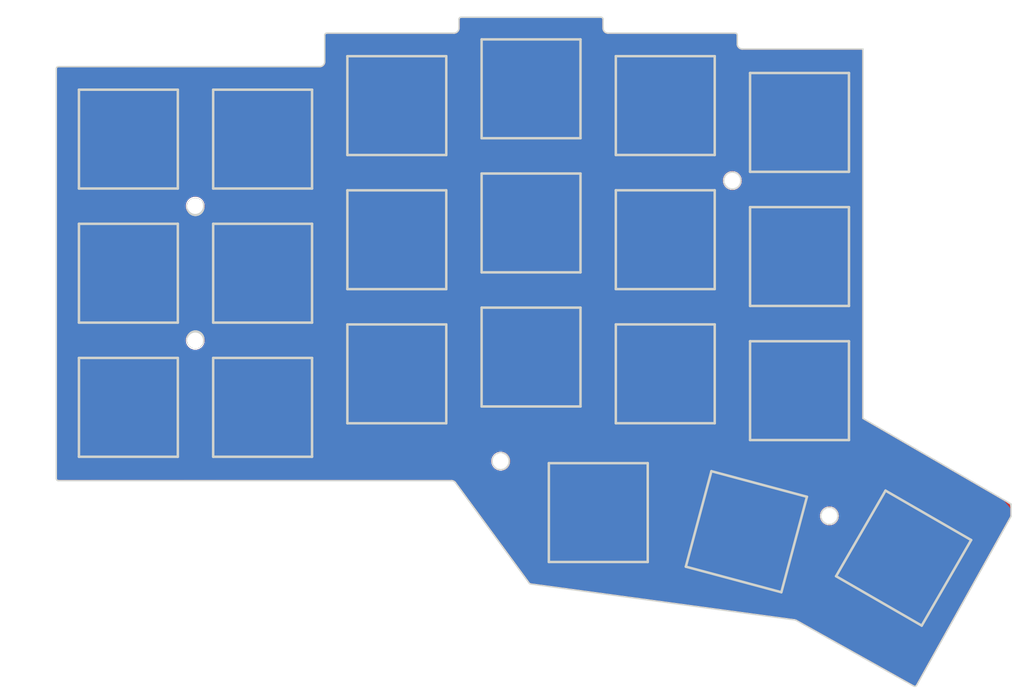
<source format=kicad_pcb>
(kicad_pcb (version 20221018) (generator pcbnew)
  (layers (0 "F.Cu" signal) (31 "B.Cu" signal) (34 "B.Paste" user) (35 "F.Paste" user) (36 "B.SilkS" user "B.Silkscreen") (37 "F.SilkS" user "F.Silkscreen") (38 "B.Mask" user) (39 "F.Mask" user) (44 "Edge.Cuts" user))
  (net 0 "")
  (footprint "MountingHole:MountingHole_2.2mm_M2" (layer "F.Cu") (at 184.45 62.9)
    (fp_text reference "REF**" hide)
    (fp_text value "MountingHole_2.2mm_M2" hide)
    (pad "" np_thru_hole circle (at 0 0) (size 2.2 2.2) (drill 2.2) (layers "*.Cu" "*.Mask"))
  )
  (footprint "MountingHole:MountingHole_2.2mm_M2" (layer "F.Cu") (at 108.42 66.52)
    (fp_text reference "REF**")
    (fp_text value "MountingHole_2.2mm_M2" hide)
    (pad "" np_thru_hole circle (at 0 0) (size 2.2 2.2) (drill 2.2) (layers "*.Cu" "*.Mask"))
  )
  (footprint "MountingHole:MountingHole_2.2mm_M2" (layer "F.Cu") (at 108.42 85.53)
    (fp_text reference "REF**")
    (fp_text value "MountingHole_2.2mm_M2" hide)
    (pad "" np_thru_hole circle (at 0 0) (size 2.2 2.2) (drill 2.2) (layers "*.Cu" "*.Mask"))
  )
  (footprint "MountingHole:MountingHole_2.2mm_M2" (layer "F.Cu") (at 151.66 102.65)
    (fp_text reference "REF**")
    (fp_text value "MountingHole_2.2mm_M2" hide)
    (pad "" np_thru_hole circle (at 0 0) (size 2.2 2.2) (drill 2.2) (layers "*.Cu" "*.Mask"))
  )
  (footprint "MountingHole:MountingHole_2.2mm_M2" (layer "F.Cu") (at 198.19 110.4)
    (fp_text reference "REF**")
    (fp_text value "MountingHole_2.2mm_M2" hide)
    (pad "" np_thru_hole circle (at 0 0) (size 2.2 2.2) (drill 2.2) (layers "*.Cu" "*.Mask"))
  )
  (gr_line (start 152.796712 102.650938) (end 152.795281 102.707541) (stroke (width 0.352689)) (layer "Edge.Cuts"))
  (gr_line (start 183.35942 62.733243) (end 183.369093 62.679077) (stroke (width 0.352689)) (layer "Edge.Cuts"))
  (gr_line (start 108.390094 86.499169) (end 108.334233 86.494921) (stroke (width 0.352689)) (layer "Edge.Cuts"))
  (gr_line (start 199.163967 109.876704) (end 199.188258 109.924132) (stroke (width 0.352689)) (layer "Edge.Cuts"))
  (gr_line (start 198.309237 109.306725) (end 198.364284 109.31372) (stroke (width 0.352689)) (layer "Edge.Cuts"))
  (gr_line (start 150.705261 103.127817) (end 150.683233 103.079093) (stroke (width 0.352689)) (layer "Edge.Cuts"))
  (gr_line (start 109.460215 84.972488) (end 109.47991 85.022439) (stroke (width 0.352689)) (layer "Edge.Cuts"))
  (gr_line (start 185.260906 63.64048) (end 185.224485 63.678673) (stroke (width 0.352689)) (layer "Edge.Cuts"))
  (gr_line (start 107.479496 84.876336) (end 107.505982 84.830273) (stroke (width 0.352689)) (layer "Edge.Cuts"))
  (gr_line (start 197.119162 110.622671) (end 197.109489 110.568511) (stroke (width 0.352689)) (layer "Edge.Cuts"))
  (gr_line (start 108.334233 84.306359) (end 108.390094 84.302111) (stroke (width 0.352689)) (layer "Edge.Cuts"))
  (gr_line (start 151.809215 101.556656) (end 151.864263 101.563652) (stroke (width 0.352689)) (layer "Edge.Cuts"))
  (gr_line (start 183.831706 63.81295) (end 183.788581 63.782293) (stroke (width 0.352689)) (layer "Edge.Cuts"))
  (gr_line (start 150.646244 102.323846) (end 150.663538 102.272738) (stroke (width 0.352689)) (layer "Edge.Cuts"))
  (gr_line (start 107.922393 86.367839) (end 107.87633 86.341354) (stroke (width 0.352689)) (layer "Edge.Cuts"))
  (gr_line (start 109.438187 85.877515) (end 109.413896 85.924943) (stroke (width 0.352689)) (layer "Edge.Cuts"))
  (gr_line (start 183.969825 61.909262) (end 184.018549 61.887234) (stroke (width 0.352689)) (layer "Edge.Cuts"))
  (gr_line (start 108.970998 84.43344) (end 109.017061 84.459926) (stroke (width 0.352689)) (layer "Edge.Cuts"))
  (gr_line (start 183.788581 62.019319) (end 183.831706 61.988651) (stroke (width 0.352689)) (layer "Edge.Cuts"))
  (gr_line (start 109.413967 67.175092) (end 109.387481 67.221155) (stroke (width 0.352689)) (layer "Edge.Cuts"))
  (gr_line (start 108.721662 67.716119) (end 108.668445 67.728402) (stroke (width 0.352689)) (layer "Edge.Cuts"))
  (gr_line (start 109.358798 86.015635) (end 109.328131 86.05876) (stroke (width 0.352689)) (layer "Edge.Cuts"))
  (gr_line (start 107.597986 65.950967) (end 107.632558 65.911061) (stroke (width 0.352689)) (layer "Edge.Cuts"))
  (gr_line (start 108.773787 84.350132) (end 108.824896 84.367426) (stroke (width 0.352689)) (layer "Edge.Cuts"))
  (gr_line (start 109.146369 86.24942) (end 109.104816 86.282075) (stroke (width 0.352689)) (layer "Edge.Cuts"))
  (gr_line (start 109.534053 66.483196) (end 109.541048 66.538267) (stroke (width 0.352689)) (layer "Edge.Cuts"))
  (gr_line (start 183.597923 62.20108) (end 183.632495 62.161169) (stroke (width 0.352689)) (layer "Edge.Cuts"))
  (gr_line (start 184.225021 63.978382) (end 184.171805 63.966106) (stroke (width 0.352689)) (layer "Edge.Cuts"))
  (gr_line (start 183.922398 63.868025) (end 183.876335 63.84155) (stroke (width 0.352689)) (layer "Edge.Cuts"))
  (gr_line (start 183.505991 63.471277) (end 183.479505 63.425214) (stroke (width 0.352689)) (layer "Edge.Cuts"))
  (gr_line (start 124.953801 83.024496) (end 110.953819 83.024496) (stroke (width 0.352689)) (layer "Edge.Cuts"))
  (gr_line (start 197.256061 109.830641) (end 197.284673 109.786012) (stroke (width 0.352689)) (layer "Edge.Cuts"))
  (gr_arc (start 144.697117 105.410001) (mid 145.013549 105.485605) (end 145.261628 105.696084) (stroke (width 0.2)) (layer "Edge.Cuts"))
  (gr_line (start 150.847972 103.350617) (end 150.815317 103.309064) (stroke (width 0.352689)) (layer "Edge.Cuts"))
  (gr_line (start 151.584289 103.745227) (end 151.529241 103.738231) (stroke (width 0.352689)) (layer "Edge.Cuts"))
  (gr_line (start 185.54098 62.788291) (end 185.545228 62.844151) (stroke (width 0.352689)) (layer "Edge.Cuts"))
  (gr_line (start 109.017061 86.341354) (end 108.970998 86.367839) (stroke (width 0.352689)) (layer "Edge.Cuts"))
  (gr_line (start 108.018546 84.387121) (end 108.068496 84.367426) (stroke (width 0.352689)) (layer "Edge.Cuts"))
  (gr_line (start 108.119676 67.701296) (end 108.068567 67.684003) (stroke (width 0.352689)) (layer "Edge.Cuts"))
  (gr_line (start 107.348166 85.457243) (end 107.346734 85.40064) (stroke (width 0.352689)) (layer "Edge.Cuts"))
  (gr_line (start 184.119608 63.951292) (end 184.0685 63.934008) (stroke (width 0.352689)) (layer "Edge.Cuts"))
  (gr_line (start 150.631422 102.376043) (end 150.646244 102.323846) (stroke (width 0.352689)) (layer "Edge.Cuts"))
  (gr_line (start 183.876335 61.96004) (end 183.922398 61.933554) (stroke (width 0.352689)) (layer "Edge.Cuts"))
  (gr_line (start 129.954072 97.27989) (end 129.954072 83.279909) (stroke (width 0.352689)) (layer "Edge.Cuts"))
  (gr_line (start 184.824898 61.867539) (end 184.874849 61.887234) (stroke (width 0.352689)) (layer "Edge.Cuts"))
  (gr_line (start 197.869683 111.451196) (end 197.818575 111.433913) (stroke (width 0.352689)) (layer "Edge.Cuts"))
  (gr_line (start 167.957059 45.275527) (end 181.957044 45.275527) (stroke (width 0.352689)) (layer "Edge.Cuts"))
  (gr_line (start 110.953819 64.024591) (end 110.953819 50.024606) (stroke (width 0.352689)) (layer "Edge.Cuts"))
  (gr_line (start 109.533983 85.233128) (end 109.540978 85.288176) (stroke (width 0.352689)) (layer "Edge.Cuts"))
  (gr_line (start 184.018549 63.914323) (end 183.969825 63.892306) (stroke (width 0.352689)) (layer "Edge.Cuts"))
  (gr_line (start 151.172449 103.618144) (end 151.126386 103.591658) (stroke (width 0.352689)) (layer "Edge.Cuts"))
  (gr_line (start 150.705261 102.174063) (end 150.729553 102.126635) (stroke (width 0.352689)) (layer "Edge.Cuts"))
  (gr_line (start 198.624921 109.387488) (end 198.673645 109.409515) (stroke (width 0.352689)) (layer "Edge.Cuts"))
  (gr_line (start 152.436337 103.465152) (end 152.396425 103.499725) (stroke (width 0.352689)) (layer "Edge.Cuts"))
  (gr_line (start 198.471666 109.335676) (end 198.523863 109.350499) (stroke (width 0.352689)) (layer "Edge.Cuts"))
  (gr_line (start 109.497275 66.323565) (end 109.512097 66.375776) (stroke (width 0.352689)) (layer "Edge.Cuts"))
  (gr_line (start 199.134061 118.94589) (end 206.133878 106.821622) (stroke (width 0.352689)) (layer "Edge.Cuts"))
  (gr_line (start 199.188258 110.877817) (end 199.163967 110.925231) (stroke (width 0.352689)) (layer "Edge.Cuts"))
  (gr_line (start 145.261628 105.696084) (end 155.696649 119.927656) (stroke (width 0.2)) (layer "Edge.Cuts"))
  (gr_line (start 198.41845 109.323394) (end 198.471666 109.335676) (stroke (width 0.352689)) (layer "Edge.Cuts"))
  (gr_line (start 184.334235 63.99504) (end 184.279188 63.988049) (stroke (width 0.352689)) (layer "Edge.Cuts"))
  (gr_line (start 185.260906 62.161169) (end 185.295479 62.20108) (stroke (width 0.352689)) (layer "Edge.Cuts"))
  (gr_line (start 200.9587 99.660787) (end 186.958722 99.660787) (stroke (width 0.352689)) (layer "Edge.Cuts"))
  (gr_line (start 151.640149 101.552409) (end 151.696752 101.550977) (stroke (width 0.352689)) (layer "Edge.Cuts"))
  (gr_line (start 108.72159 84.33531) (end 108.773787 84.350132) (stroke (width 0.352689)) (layer "Edge.Cuts"))
  (gr_line (start 152.795281 102.707541) (end 152.791033 102.763402) (stroke (width 0.352689)) (layer "Edge.Cuts"))
  (gr_line (start 198.41845 111.478283) (end 198.364284 111.48795) (stroke (width 0.352689)) (layer "Edge.Cuts"))
  (gr_line (start 129.954072 83.279909) (end 143.954053 83.279909) (stroke (width 0.352689)) (layer "Edge.Cuts"))
  (gr_line (start 184.559162 61.806471) (end 184.61421 61.813467) (stroke (width 0.352689)) (layer "Edge.Cuts"))
  (gr_line (start 107.565261 86.05876) (end 107.534593 86.015635) (stroke (width 0.352689)) (layer "Edge.Cuts"))
  (gr_line (start 109.438258 66.173759) (end 109.460286 66.222488) (stroke (width 0.352689)) (layer "Edge.Cuts"))
  (gr_line (start 107.597915 84.700965) (end 107.632488 84.661053) (stroke (width 0.352689)) (layer "Edge.Cuts"))
  (gr_line (start 150.882544 101.911352) (end 150.918966 101.873151) (stroke (width 0.352689)) (layer "Edge.Cuts"))
  (gr_line (start 150.683233 103.079093) (end 150.663538 103.029142) (stroke (width 0.352689)) (layer "Edge.Cuts"))
  (gr_line (start 184.446698 61.800792) (end 184.503302 61.802224) (stroke (width 0.352689)) (layer "Edge.Cuts"))
  (gr_line (start 183.433186 63.329054) (end 183.413491 63.279096) (stroke (width 0.352689)) (layer "Edge.Cuts"))
  (gr_line (start 91.955678 64.025302) (end 91.955678 50.025318) (stroke (width 0.352689)) (layer "Edge.Cuts"))
  (gr_line (start 184.171805 63.966106) (end 184.119608 63.951292) (stroke (width 0.352689)) (layer "Edge.Cuts"))
  (gr_line (start 124.953801 69.024511) (end 124.953801 83.024496) (stroke (width 0.352689)) (layer "Edge.Cuts"))
  (gr_line (start 183.565269 63.559026) (end 183.534602 63.515904) (stroke (width 0.352689)) (layer "Edge.Cuts"))
  (gr_line (start 109.413967 66.126328) (end 109.438258 66.173759) (stroke (width 0.352689)) (layer "Edge.Cuts"))
  (gr_line (start 108.334304 65.5565) (end 108.390164 65.552255) (stroke (width 0.352689)) (layer "Edge.Cuts"))
  (gr_line (start 150.729553 103.175245) (end 150.705261 103.127817) (stroke (width 0.352689)) (layer "Edge.Cuts"))
  (gr_line (start 107.969892 65.659234) (end 108.018616 65.637217) (stroke (width 0.352689)) (layer "Edge.Cuts"))
  (gr_line (start 150.847972 101.951264) (end 150.882544 101.911352) (stroke (width 0.352689)) (layer "Edge.Cuts"))
  (gr_line (start 107.413481 85.77884) (end 107.396187 85.727732) (stroke (width 0.352689)) (layer "Edge.Cuts"))
  (gr_line (start 107.876401 67.591502) (end 107.831772 67.562891) (stroke (width 0.352689)) (layer "Edge.Cuts"))
  (gr_line (start 183.369093 62.679077) (end 183.381375 62.62586) (stroke (width 0.352689)) (layer "Edge.Cuts"))
  (gr_line (start 107.876401 65.70999) (end 107.922464 65.683515) (stroke (width 0.352689)) (layer "Edge.Cuts"))
  (gr_line (start 183.348177 62.957389) (end 183.346746 62.900755) (stroke (width 0.352689)) (layer "Edge.Cuts"))
  (gr_line (start 108.068567 67.684003) (end 108.018616 67.664308) (stroke (width 0.352689)) (layer "Edge.Cuts"))
  (gr_line (start 185.438189 62.42388) (end 185.460217 62.472604) (stroke (width 0.352689)) (layer "Edge.Cuts"))
  (gr_line (start 151.529241 103.738231) (end 151.475074 103.728558) (stroke (width 0.352689)) (layer "Edge.Cuts"))
  (gr_line (start 110.953819 88.024774) (end 124.953801 88.024774) (stroke (width 0.352689)) (layer "Edge.Cuts"))
  (gr_line (start 172.475438 102.933164) (end 172.475438 116.933492) (stroke (width 0.352689)) (layer "Edge.Cuts"))
  (gr_line (start 199.163967 110.925231) (end 199.137481 110.97128) (stroke (width 0.352689)) (layer "Edge.Cuts"))
  (gr_line (start 185.387412 62.330388) (end 185.413898 62.376451) (stroke (width 0.352689)) (layer "Edge.Cuts"))
  (gr_line (start 107.831772 67.562891) (end 107.788646 67.532224) (stroke (width 0.352689)) (layer "Edge.Cuts"))
  (gr_line (start 107.348236 66.594155) (end 107.352484 66.538267) (stroke (width 0.352689)) (layer "Edge.Cuts"))
  (gr_arc (start 185.85 44.26) (mid 185.355025 44.054975) (end 185.15 43.56) (stroke (width 0.2)) (layer "Edge.Cuts"))
  (gr_line (start 199.137481 110.97128) (end 199.10887 111.015893) (stroke (width 0.352689)) (layer "Edge.Cuts"))
  (gr_line (start 197.768624 111.41423) (end 197.7199 111.392215) (stroke (width 0.352689)) (layer "Edge.Cuts"))
  (gr_line (start 185.224485 63.678673) (end 185.186284 63.715086) (stroke (width 0.352689)) (layer "Edge.Cuts"))
  (gr_line (start 198.721072 111.367938) (end 198.673645 111.392215) (stroke (width 0.352689)) (layer "Edge.Cuts"))
  (gr_line (start 150.596792 102.650938) (end 150.598223 102.594335) (stroke (width 0.352689)) (layer "Edge.Cuts"))
  (gr_line (start 108.390164 65.552255) (end 108.446767 65.550825) (stroke (width 0.352689)) (layer "Edge.Cuts"))
  (gr_line (start 107.381365 85.125744) (end 107.396187 85.073547) (stroke (width 0.352689)) (layer "Edge.Cuts"))
  (gr_line (start 184.61421 61.813467) (end 184.668376 61.82314) (stroke (width 0.352689)) (layer "Edge.Cuts"))
  (gr_line (start 150.609466 102.818451) (end 150.602471 102.763402) (stroke (width 0.352689)) (layer "Edge.Cuts"))
  (gr_line (start 167.957059 64.275415) (end 181.957044 64.275415) (stroke (width 0.352689)) (layer "Edge.Cuts"))
  (gr_line (start 109.387481 66.080265) (end 109.413967 66.126328) (stroke (width 0.352689)) (layer "Edge.Cuts"))
  (gr_line (start 177.864858 117.59358) (end 181.488241 104.070554) (stroke (width 0.352689)) (layer "Edge.Cuts"))
  (gr_line (start 197.347995 109.701333) (end 197.382567 109.661421) (stroke (width 0.352689)) (layer "Edge.Cuts"))
  (gr_line (start 199.284053 110.233495) (end 199.291048 110.288543) (stroke (width 0.352689)) (layer "Edge.Cuts"))
  (gr_line (start 197.109489 110.233495) (end 197.119162 110.179328) (stroke (width 0.352689)) (layer "Edge.Cuts"))
  (gr_arc (start 145.75 41.31) (mid 145.544975 41.804975) (end 145.05 42.01) (stroke (width 0.2)) (layer "Edge.Cuts"))
  (gr_line (start 183.707117 62.086546) (end 183.747028 62.051973) (stroke (width 0.352689)) (layer "Edge.Cuts"))
  (gr_line (start 108.279256 67.738075) (end 108.225089 67.728402) (stroke (width 0.352689)) (layer "Edge.Cuts"))
  (gr_line (start 108.559159 84.306359) (end 108.614207 84.313354) (stroke (width 0.352689)) (layer "Edge.Cuts"))
  (gr_line (start 110.953819 50.024606) (end 124.953801 50.024606) (stroke (width 0.352689)) (layer "Edge.Cuts"))
  (gr_line (start 198.574971 109.367792) (end 198.624921 109.387488) (stroke (width 0.352689)) (layer "Edge.Cuts"))
  (gr_line (start 109.524309 85.622318) (end 109.512027 85.675535) (stroke (width 0.352689)) (layer "Edge.Cuts"))
  (gr_line (start 202.933428 96.594085) (end 223.900049 108.724773) (stroke (width 0.2)) (layer "Edge.Cuts"))
  (gr_line (start 107.534664 66.035637) (end 107.565331 65.992515) (stroke (width 0.352689)) (layer "Edge.Cuts"))
  (gr_line (start 183.352425 63.013276) (end 183.348177 62.957389) (stroke (width 0.352689)) (layer "Edge.Cuts"))
  (gr_line (start 109.546657 85.40064) (end 109.545226 85.457243) (stroke (width 0.352689)) (layer "Edge.Cuts"))
  (gr_line (start 109.146441 67.499569) (end 109.104887 67.532224) (stroke (width 0.352689)) (layer "Edge.Cuts"))
  (gr_line (start 151.584289 101.556656) (end 151.640149 101.552409) (stroke (width 0.352689)) (layer "Edge.Cuts"))
  (gr_line (start 162.955724 75.901224) (end 148.955739 75.901224) (stroke (width 0.352689)) (layer "Edge.Cuts"))
  (gr_line (start 151.219877 101.659447) (end 151.268601 101.637419) (stroke (width 0.352689)) (layer "Edge.Cuts"))
  (gr_line (start 107.433176 84.972488) (end 107.455204 84.923764) (stroke (width 0.352689)) (layer "Edge.Cuts"))
  (gr_line (start 198.364284 109.31372) (end 198.41845 109.323394) (stroke (width 0.352689)) (layer "Edge.Cuts"))
  (gr_line (start 185.224485 62.122967) (end 185.260906 62.161169) (stroke (width 0.352689)) (layer "Edge.Cuts"))
  (gr_line (start 107.831701 84.488537) (end 107.87633 84.459926) (stroke (width 0.352689)) (layer "Edge.Cuts"))
  (gr_line (start 108.92357 84.409149) (end 108.970998 84.43344) (stroke (width 0.352689)) (layer "Edge.Cuts"))
  (gr_line (start 185.358801 62.285759) (end 185.387412 62.330388) (stroke (width 0.352689)) (layer "Edge.Cuts"))
  (gr_line (start 108.97107 67.617988) (end 108.923642 67.64228) (stroke (width 0.352689)) (layer "Edge.Cuts"))
  (gr_line (start 108.668374 86.478253) (end 108.614207 86.487926) (stroke (width 0.352689)) (layer "Edge.Cuts"))
  (gr_line (start 107.359479 66.483196) (end 107.369153 66.429009) (stroke (width 0.352689)) (layer "Edge.Cuts"))
  (gr_line (start 197.768624 109.387488) (end 197.818575 109.367792) (stroke (width 0.352689)) (layer "Edge.Cuts"))
  (gr_line (start 151.91843 101.573325) (end 151.971646 101.585608) (stroke (width 0.352689)) (layer "Edge.Cuts"))
  (gr_line (start 184.279188 63.988049) (end 184.225021 63.978382) (stroke (width 0.352689)) (layer "Edge.Cuts"))
  (gr_line (start 181.957044 59.275512) (end 167.957059 59.275512) (stroke (width 0.352689)) (layer "Edge.Cuts"))
  (gr_line (start 108.119605 84.350132) (end 108.171802 84.33531) (stroke (width 0.352689)) (layer "Edge.Cuts"))
  (gr_line (start 107.352484 66.763252) (end 107.348236 66.707392) (stroke (width 0.352689)) (layer "Edge.Cuts"))
  (gr_line (start 210.538399 134.390589) (end 223.900049 110.463123) (stroke (width 0.2)) (layer "Edge.Cuts"))
  (gr_line (start 143.954053 97.27989) (end 129.954072 97.27989) (stroke (width 0.352689)) (layer "Edge.Cuts"))
  (gr_line (start 185.328133 62.242634) (end 185.358801 62.285759) (stroke (width 0.352689)) (layer "Edge.Cuts"))
  (gr_line (start 151.36966 103.701453) (end 151.318552 103.684159) (stroke (width 0.352689)) (layer "Edge.Cuts"))
  (gr_line (start 109.061762 67.562891) (end 109.017133 67.591502) (stroke (width 0.352689)) (layer "Edge.Cuts"))
  (gr_line (start 109.260904 86.140225) (end 109.224482 86.178426) (stroke (width 0.352689)) (layer "Edge.Cuts"))
  (gr_line (start 107.369153 66.429009) (end 107.381435 66.375776) (stroke (width 0.352689)) (layer "Edge.Cuts"))
  (gr_line (start 198.253377 111.499185) (end 198.196775 111.500616) (stroke (width 0.352689)) (layer "Edge.Cuts"))
  (gr_line (start 109.534053 66.8183) (end 109.52438 66.872467) (stroke (width 0.352689)) (layer "Edge.Cuts"))
  (gr_line (start 183.632495 63.64048) (end 183.597923 63.600574) (stroke (width 0.352689)) (layer "Edge.Cuts"))
  (gr_line (start 184.874849 61.887234) (end 184.923573 61.909262) (stroke (width 0.352689)) (layer "Edge.Cuts"))
  (gr_line (start 108.018546 86.414159) (end 107.969822 86.392131) (stroke (width 0.352689)) (layer "Edge.Cuts"))
  (gr_line (start 151.126386 103.591658) (end 151.081757 103.563047) (stroke (width 0.352689)) (layer "Edge.Cuts"))
  (gr_line (start 185.438189 63.377783) (end 185.413898 63.425214) (stroke (width 0.352689)) (layer "Edge.Cuts"))
  (gr_line (start 143.954053 78.279985) (end 129.954072 78.279985) (stroke (width 0.352689)) (layer "Edge.Cuts"))
  (gr_line (start 200.9587 66.660204) (end 200.9587 80.660543) (stroke (width 0.352689)) (layer "Edge.Cuts"))
  (gr_line (start 197.869683 109.350499) (end 197.92188 109.335676) (stroke (width 0.352689)) (layer "Edge.Cuts"))
  (gr_line (start 199.078202 111.059003) (end 199.045548 111.10054) (stroke (width 0.352689)) (layer "Edge.Cuts"))
  (gr_line (start 202.933428 44.26) (end 202.933428 96.594085) (stroke (width 0.2)) (layer "Edge.Cuts"))
  (gr_line (start 199.291048 110.513467) (end 199.284053 110.568511) (stroke (width 0.352689)) (layer "Edge.Cuts"))
  (gr_line (start 151.172449 101.683738) (end 151.219877 101.659447) (stroke (width 0.352689)) (layer "Edge.Cuts"))
  (gr_line (start 108.72159 86.46597) (end 108.668374 86.478253) (stroke (width 0.352689)) (layer "Edge.Cuts"))
  (gr_line (start 107.969822 84.409149) (end 108.018546 84.387121) (stroke (width 0.352689)) (layer "Edge.Cuts"))
  (gr_line (start 150.997078 103.499725) (end 150.957167 103.465152) (stroke (width 0.352689)) (layer "Edge.Cuts"))
  (gr_line (start 183.969825 63.892306) (end 183.922398 63.868025) (stroke (width 0.352689)) (layer "Edge.Cuts"))
  (gr_line (start 158.475454 116.933492) (end 158.475454 102.933164) (stroke (width 0.352689)) (layer "Edge.Cuts"))
  (gr_line (start 197.163561 110.022806) (end 197.183256 109.972856) (stroke (width 0.352689)) (layer "Edge.Cuts"))
  (gr_line (start 108.55923 67.74507) (end 108.50337 67.749318) (stroke (width 0.352689)) (layer "Edge.Cuts"))
  (gr_line (start 197.109489 110.568511) (end 197.102494 110.513467) (stroke (width 0.352689)) (layer "Edge.Cuts"))
  (gr_line (start 197.382567 111.140435) (end 197.347995 111.10054) (stroke (width 0.352689)) (layer "Edge.Cuts"))
  (gr_line (start 184.279188 61.813467) (end 184.334235 61.806471) (stroke (width 0.352689)) (layer "Edge.Cuts"))
  (gr_line (start 108.773787 86.451148) (end 108.72159 86.46597) (stroke (width 0.352689)) (layer "Edge.Cuts"))
  (gr_line (start 185.146372 62.051973) (end 185.186284 62.086546) (stroke (width 0.352689)) (layer "Edge.Cuts"))
  (gr_line (start 152.729966 102.272738) (end 152.747259 102.323846) (stroke (width 0.352689)) (layer "Edge.Cuts"))
  (gr_line (start 199.262097 110.67588) (end 199.247275 110.728068) (stroke (width 0.352689)) (layer "Edge.Cuts"))
  (gr_line (start 91.955678 69.025224) (end 105.955663 69.025224) (stroke (width 0.352689)) (layer "Edge.Cuts"))
  (gr_line (start 108.390164 67.749318) (end 108.334304 67.74507) (stroke (width 0.352689)) (layer "Edge.Cuts"))
  (gr_line (start 183.747028 62.051973) (end 183.788581 62.019319) (stroke (width 0.352689)) (layer "Edge.Cuts"))
  (gr_line (start 167.957059 59.275512) (end 167.957059 45.275527) (stroke (width 0.352689)) (layer "Edge.Cuts"))
  (gr_line (start 198.029264 109.31372) (end 198.084312 109.306725) (stroke (width 0.352689)) (layer "Edge.Cuts"))
  (gr_line (start 109.512027 85.675535) (end 109.497204 85.727732) (stroke (width 0.352689)) (layer "Edge.Cuts"))
  (gr_line (start 199.078202 109.742886) (end 199.10887 109.786012) (stroke (width 0.352689)) (layer "Edge.Cuts"))
  (gr_line (start 148.955739 56.901302) (end 148.955739 42.900979) (stroke (width 0.352689)) (layer "Edge.Cuts"))
  (gr_line (start 183.565269 62.242634) (end 183.597923 62.20108) (stroke (width 0.352689)) (layer "Edge.Cuts"))
  (gr_line (start 107.668909 86.178426) (end 107.632488 86.140225) (stroke (width 0.352689)) (layer "Edge.Cuts"))
  (gr_line (start 152.474538 101.873151) (end 152.51096 101.911352) (stroke (width 0.352689)) (layer "Edge.Cuts"))
  (gr_line (start 198.936353 111.215025) (end 198.896442 111.249581) (stroke (width 0.352689)) (layer "Edge.Cuts"))
  (gr_line (start 151.038632 101.769503) (end 151.081757 101.738835) (stroke (width 0.352689)) (layer "Edge.Cuts"))
  (gr_line (start 152.762082 102.925835) (end 152.747259 102.978033) (stroke (width 0.352689)) (layer "Edge.Cuts"))
  (gr_line (start 197.92188 111.466009) (end 197.869683 111.451196) (stroke (width 0.352689)) (layer "Edge.Cuts"))
  (gr_line (start 108.018616 67.664308) (end 107.969892 67.64228) (stroke (width 0.352689)) (layer "Edge.Cuts"))
  (gr_line (start 108.119605 86.451148) (end 108.068496 86.433854) (stroke (width 0.352689)) (layer "Edge.Cuts"))
  (gr_line (start 195.011266 107.693937) (end 191.387883 121.216962) (stroke (width 0.352689)) (layer "Edge.Cuts"))
  (gr_line (start 107.359409 85.568151) (end 107.352413 85.513103) (stroke (width 0.352689)) (layer "Edge.Cuts"))
  (gr_line (start 109.413896 84.876336) (end 109.438187 84.923764) (stroke (width 0.352689)) (layer "Edge.Cuts"))
  (gr_line (start 107.479566 66.126328) (end 107.506052 66.080265) (stroke (width 0.352689)) (layer "Edge.Cuts"))
  (gr_line (start 197.7199 111.392215) (end 197.672472 111.367938) (stroke (width 0.352689)) (layer "Edge.Cuts"))
  (gr_line (start 150.815317 103.309064) (end 150.78465 103.265938) (stroke (width 0.352689)) (layer "Edge.Cuts"))
  (gr_line (start 197.229575 109.876704) (end 197.256061 109.830641) (stroke (width 0.352689)) (layer "Edge.Cuts"))
  (gr_arc (start 165.85 39.76) (mid 166.062132 39.847868) (end 166.15 40.06) (stroke (width 0.2)) (layer "Edge.Cuts"))
  (gr_line (start 129.954072 78.279985) (end 129.954072 64.279646) (stroke (width 0.352689)) (layer "Edge.Cuts"))
  (gr_line (start 109.52438 66.872467) (end 109.512097 66.925683) (stroke (width 0.352689)) (layer "Edge.Cuts"))
  (gr_line (start 108.874918 67.664308) (end 108.824967 67.684003) (stroke (width 0.352689)) (layer "Edge.Cuts"))
  (gr_line (start 199.010976 111.140435) (end 198.974554 111.17862) (stroke (width 0.352689)) (layer "Edge.Cuts"))
  (gr_line (start 107.922464 67.617988) (end 107.876401 67.591502) (stroke (width 0.352689)) (layer "Edge.Cuts"))
  (gr_line (start 183.348177 62.844151) (end 183.352425 62.788291) (stroke (width 0.352689)) (layer "Edge.Cuts"))
  (gr_line (start 198.624921 111.41423) (end 198.574971 111.433913) (stroke (width 0.352689)) (layer "Edge.Cuts"))
  (gr_line (start 107.707181 67.464997) (end 107.66898 67.428575) (stroke (width 0.352689)) (layer "Edge.Cuts"))
  (gr_line (start 197.975097 111.478283) (end 197.92188 111.466009) (stroke (width 0.352689)) (layer "Edge.Cuts"))
  (gr_line (start 172.475438 116.933492) (end 158.475454 116.933492) (stroke (width 0.352689)) (layer "Edge.Cuts"))
  (gr_arc (start 145.75 40.06) (mid 145.837868 39.847868) (end 146.05 39.76) (stroke (width 0.2)) (layer "Edge.Cuts"))
  (gr_line (start 108.874918 65.637217) (end 108.923642 65.659234) (stroke (width 0.352689)) (layer "Edge.Cuts"))
  (gr_arc (start 166.85 42.01) (mid 166.355025 41.804975) (end 166.15 41.31) (stroke (width 0.2)) (layer "Edge.Cuts"))
  (gr_line (start 181.957044 64.275415) (end 181.957044 78.2754) (stroke (width 0.352689)) (layer "Edge.Cuts"))
  (gr_line (start 184.119608 61.850245) (end 184.171805 61.835423) (stroke (width 0.352689)) (layer "Edge.Cuts"))
  (gr_line (start 107.597986 67.350462) (end 107.565331 67.308909) (stroke (width 0.352689)) (layer "Edge.Cuts"))
  (gr_line (start 108.446697 84.30068) (end 108.503299 84.302111) (stroke (width 0.352689)) (layer "Edge.Cuts"))
  (gr_line (start 197.146267 110.728068) (end 197.131445 110.67588) (stroke (width 0.352689)) (layer "Edge.Cuts"))
  (gr_line (start 198.767135 111.341466) (end 198.721072 111.367938) (stroke (width 0.352689)) (layer "Edge.Cuts"))
  (gr_line (start 124.953801 64.024591) (end 110.953819 64.024591) (stroke (width 0.352689)) (layer "Edge.Cuts"))
  (gr_line (start 145.75 40.06) (end 145.75 41.31) (stroke (width 0.2)) (layer "Edge.Cuts"))
  (gr_line (start 108.773859 65.600247) (end 108.824967 65.617532) (stroke (width 0.352689)) (layer "Edge.Cuts"))
  (gr_line (start 151.696752 103.750906) (end 151.640149 103.749474) (stroke (width 0.352689)) (layer "Edge.Cuts"))
  (gr_line (start 105.955661 64.025302) (end 91.955678 64.025302) (stroke (width 0.352689)) (layer "Edge.Cuts"))
  (gr_line (start 183.707117 63.715086) (end 183.668916 63.678673) (stroke (width 0.352689)) (layer "Edge.Cuts"))
  (gr_line (start 185.524311 62.679077) (end 185.533985 62.733243) (stroke (width 0.352689)) (layer "Edge.Cuts"))
  (gr_line (start 183.534602 63.515904) (end 183.505991 63.471277) (stroke (width 0.352689)) (layer "Edge.Cuts"))
  (gr_line (start 107.747093 67.499569) (end 107.707181 67.464997) (stroke (width 0.352689)) (layer "Edge.Cuts"))
  (gr_line (start 184.971001 63.868025) (end 184.923573 63.892306) (stroke (width 0.352689)) (layer "Edge.Cuts"))
  (gr_line (start 155.898127 120.047523) (end 193.275388 125.134345) (stroke (width 0.2)) (layer "Edge.Cuts"))
  (gr_line (start 108.92357 86.392131) (end 108.874846 86.414159) (stroke (width 0.352689)) (layer "Edge.Cuts"))
  (gr_line (start 184.390095 61.802224) (end 184.446698 61.800792) (stroke (width 0.352689)) (layer "Edge.Cuts"))
  (gr_line (start 151.971646 101.585608) (end 152.023843 101.60043) (stroke (width 0.352689)) (layer "Edge.Cuts"))
  (gr_line (start 185.387412 63.471277) (end 185.358801 63.515904) (stroke (width 0.352689)) (layer "Edge.Cuts"))
  (gr_line (start 198.673645 111.392215) (end 198.624921 111.41423) (stroke (width 0.352689)) (layer "Edge.Cuts"))
  (gr_line (start 109.545296 66.594155) (end 109.546727 66.650789) (stroke (width 0.352689)) (layer "Edge.Cuts"))
  (gr_line (start 184.61421 63.988049) (end 184.559162 63.99504) (stroke (width 0.352689)) (layer "Edge.Cuts"))
  (gr_line (start 197.92188 109.335676) (end 197.975097 109.323394) (stroke (width 0.352689)) (layer "Edge.Cuts"))
  (gr_line (start 107.632558 67.390374) (end 107.597986 67.350462) (stroke (width 0.352689)) (layer "Edge.Cuts"))
  (gr_line (start 108.824896 86.433854) (end 108.773787 86.451148) (stroke (width 0.352689)) (layer "Edge.Cuts"))
  (gr_line (start 108.225089 67.728402) (end 108.171873 67.716119) (stroke (width 0.352689)) (layer "Edge.Cuts"))
  (gr_line (start 152.608854 103.265938) (end 152.578187 103.309064) (stroke (width 0.352689)) (layer "Edge.Cuts"))
  (gr_arc (start 126.75 46.06) (mid 126.544975 46.554975) (end 126.05 46.76) (stroke (width 0.2)) (layer "Edge.Cuts"))
  (gr_line (start 109.328131 84.742518) (end 109.358798 84.785644) (stroke (width 0.352689)) (layer "Edge.Cuts"))
  (gr_line (start 109.479981 67.028989) (end 109.460286 67.07894) (stroke (width 0.352689)) (layer "Edge.Cuts"))
  (gr_line (start 198.253377 109.302477) (end 198.309237 109.306725) (stroke (width 0.352689)) (layer "Edge.Cuts"))
  (gr_line (start 184.018549 61.887234) (end 184.0685 61.867539) (stroke (width 0.352689)) (layer "Edge.Cuts"))
  (gr_line (start 150.815317 101.992817) (end 150.847972 101.951264) (stroke (width 0.352689)) (layer "Edge.Cuts"))
  (gr_line (start 105.955663 88.025484) (end 105.955661 102.025465) (stroke (width 0.352689)) (layer "Edge.Cuts"))
  (gr_line (start 197.497101 111.249581) (end 197.45719 111.215025) (stroke (width 0.352689)) (layer "Edge.Cuts"))
  (gr_line (start 197.119162 110.179328) (end 197.131445 110.126112) (stroke (width 0.352689)) (layer "Edge.Cuts"))
  (gr_line (start 183.534602 62.285759) (end 183.565269 62.242634) (stroke (width 0.352689)) (layer "Edge.Cuts"))
  (gr_line (start 183.413491 63.279096) (end 183.396198 63.227977) (stroke (width 0.352689)) (layer "Edge.Cuts"))
  (gr_line (start 107.413481 85.022439) (end 107.433176 84.972488) (stroke (width 0.352689)) (layer "Edge.Cuts"))
  (gr_line (start 110.953819 83.024496) (end 110.953819 69.024511) (stroke (width 0.352689)) (layer "Edge.Cuts"))
  (gr_line (start 109.328202 65.992515) (end 109.358869 66.035637) (stroke (width 0.352689)) (layer "Edge.Cuts"))
  (gr_line (start 109.146369 84.551859) (end 109.186281 84.586431) (stroke (width 0.352689)) (layer "Edge.Cuts"))
  (gr_line (start 151.421857 103.716275) (end 151.36966 103.701453) (stroke (width 0.352689)) (layer "Edge.Cuts"))
  (gr_line (start 107.413551 67.028989) (end 107.396258 66.97788) (stroke (width 0.352689)) (layer "Edge.Cuts"))
  (gr_line (start 197.098246 110.457609) (end 197.096814 110.401006) (stroke (width 0.352689)) (layer "Edge.Cuts"))
  (gr_line (start 184.77379 63.951292) (end 184.721593 63.966106) (stroke (width 0.352689)) (layer "Edge.Cuts"))
  (gr_line (start 185.146372 63.749649) (end 185.104819 63.782293) (stroke (width 0.352689)) (layer "Edge.Cuts"))
  (gr_line (start 181.957044 97.275663) (end 167.957059 97.275663) (stroke (width 0.352689)) (layer "Edge.Cuts"))
  (gr_line (start 185.497206 62.573663) (end 185.512029 62.62586) (stroke (width 0.352689)) (layer "Edge.Cuts"))
  (gr_line (start 184.446698 64.000715) (end 184.390095 63.999285) (stroke (width 0.352689)) (layer "Edge.Cuts"))
  (gr_line (start 197.183256 109.972856) (end 197.205284 109.924132) (stroke (width 0.352689)) (layer "Edge.Cuts"))
  (gr_line (start 183.922398 61.933554) (end 183.969825 61.909262) (stroke (width 0.352689)) (layer "Edge.Cuts"))
  (gr_line (start 107.359409 85.233128) (end 107.369082 85.178961) (stroke (width 0.352689)) (layer "Edge.Cuts"))
  (gr_line (start 198.936353 109.586799) (end 198.974554 109.62322) (stroke (width 0.352689)) (layer "Edge.Cuts"))
  (gr_line (start 199.137481 109.830641) (end 199.163967 109.876704) (stroke (width 0.352689)) (layer "Edge.Cuts"))
  (gr_line (start 108.225019 84.323027) (end 108.279185 84.313354) (stroke (width 0.352689)) (layer "Edge.Cuts"))
  (gr_line (start 88.75 47.06) (end 88.75 105.11) (stroke (width 0.2)) (layer "Edge.Cuts"))
  (gr_line (start 107.455275 67.127664) (end 107.433247 67.07894) (stroke (width 0.352689)) (layer "Edge.Cuts"))
  (gr_line (start 183.352425 62.788291) (end 183.35942 62.733243) (stroke (width 0.352689)) (layer "Edge.Cuts"))
  (gr_line (start 185.524311 63.122534) (end 185.512029 63.175767) (stroke (width 0.352689)) (layer "Edge.Cuts"))
  (gr_line (start 107.381435 66.925683) (end 107.369153 66.872467) (stroke (width 0.352689)) (layer "Edge.Cuts"))
  (gr_line (start 185.497206 63.227977) (end 185.479913 63.279096) (stroke (width 0.352689)) (layer "Edge.Cuts"))
  (gr_line (start 150.602471 102.763402) (end 150.598223 102.707541) (stroke (width 0.352689)) (layer "Edge.Cuts"))
  (gr_line (start 108.721662 65.585433) (end 108.773859 65.600247) (stroke (width 0.352689)) (layer "Edge.Cuts"))
  (gr_line (start 129.954072 45.279774) (end 143.954053 45.279774) (stroke (width 0.352689)) (layer "Edge.Cuts"))
  (gr_line (start 143.954053 83.279909) (end 143.954053 97.27989) (stroke (width 0.352689)) (layer "Edge.Cuts"))
  (gr_line (start 181.488241 104.070554) (end 195.011266 107.693937) (stroke (width 0.352689)) (layer "Edge.Cuts"))
  (gr_line (start 167.957059 83.275674) (end 181.957044 83.275674) (stroke (width 0.352689)) (layer "Edge.Cuts"))
  (gr_line (start 148.955739 61.900884) (end 162.955724 61.900884) (stroke (width 0.352689)) (layer "Edge.Cuts"))
  (gr_line (start 186.958722 85.660448) (end 200.9587 85.660448) (stroke (width 0.352689)) (layer "Edge.Cuts"))
  (gr_line (start 185.413898 63.425214) (end 185.387412 63.471277) (stroke (width 0.352689)) (layer "Edge.Cuts"))
  (gr_line (start 186.958722 61.660637) (end 186.958722 47.660313) (stroke (width 0.352689)) (layer "Edge.Cuts"))
  (gr_line (start 109.260904 84.661053) (end 109.295476 84.700965) (stroke (width 0.352689)) (layer "Edge.Cuts"))
  (gr_line (start 199.045548 111.10054) (end 199.010976 111.140435) (stroke (width 0.352689)) (layer "Edge.Cuts"))
  (gr_line (start 108.923642 67.64228) (end 108.874918 67.664308) (stroke (width 0.352689)) (layer "Edge.Cuts"))
  (gr_line (start 91.955678 50.025318) (end 105.955663 50.025318) (stroke (width 0.352689)) (layer "Edge.Cuts"))
  (gr_line (start 197.229575 110.925231) (end 197.205284 110.877817) (stroke (width 0.352689)) (layer "Edge.Cuts"))
  (gr_line (start 107.831701 86.312742) (end 107.788576 86.282075) (stroke (width 0.352689)) (layer "Edge.Cuts"))
  (gr_line (start 197.183256 110.829105) (end 197.163561 110.779166) (stroke (width 0.352689)) (layer "Edge.Cuts"))
  (gr_line (start 148.955739 75.901224) (end 148.955739 61.900884) (stroke (width 0.352689)) (layer "Edge.Cuts"))
  (gr_line (start 197.256061 110.97128) (end 197.229575 110.925231) (stroke (width 0.352689)) (layer "Edge.Cuts"))
  (gr_line (start 152.747259 102.978033) (end 152.729966 103.029142) (stroke (width 0.352689)) (layer "Edge.Cuts"))
  (gr_line (start 109.104816 84.519204) (end 109.146369 84.551859) (stroke (width 0.352689)) (layer "Edge.Cuts"))
  (gr_line (start 199.10887 111.015893) (end 199.078202 111.059003) (stroke (width 0.352689)) (layer "Edge.Cuts"))
  (gr_line (start 152.791033 102.538474) (end 152.795281 102.594335) (stroke (width 0.352689)) (layer "Edge.Cuts"))
  (gr_line (start 184.77379 61.850245) (end 184.824898 61.867539) (stroke (width 0.352689)) (layer "Edge.Cuts"))
  (gr_line (start 186.958722 66.660204) (end 200.9587 66.660204) (stroke (width 0.352689)) (layer "Edge.Cuts"))
  (gr_line (start 199.10887 109.786012) (end 199.137481 109.830641) (stroke (width 0.352689)) (layer "Edge.Cuts"))
  (gr_line (start 152.545532 103.350617) (end 152.51096 103.390529) (stroke (width 0.352689)) (layer "Edge.Cuts"))
  (gr_line (start 109.460286 66.222488) (end 109.479981 66.272446) (stroke (width 0.352689)) (layer "Edge.Cuts"))
  (gr_line (start 152.436337 101.83673) (end 152.474538 101.873151) (stroke (width 0.352689)) (layer "Edge.Cuts"))
  (gr_line (start 108.824896 84.367426) (end 108.874846 84.387121) (stroke (width 0.352689)) (layer "Edge.Cuts"))
  (gr_line (start 109.104816 86.282075) (end 109.06169 86.312742) (stroke (width 0.352689)) (layer "Edge.Cuts"))
  (gr_line (start 108.018616 65.637217) (end 108.068567 65.617532) (stroke (width 0.352689)) (layer "Edge.Cuts"))
  (gr_line (start 109.224482 84.622852) (end 109.260904 84.661053) (stroke (width 0.352689)) (layer "Edge.Cuts"))
  (gr_line (start 183.505991 62.330388) (end 183.534602 62.285759) (stroke (width 0.352689)) (layer "Edge.Cuts"))
  (gr_line (start 185.186284 63.715086) (end 185.146372 63.749649) (stroke (width 0.352689)) (layer "Edge.Cuts"))
  (gr_line (start 107.788646 67.532224) (end 107.747093 67.499569) (stroke (width 0.352689)) (layer "Edge.Cuts"))
  (gr_line (start 126.75 42.31) (end 126.75 46.06) (stroke (width 0.2)) (layer "Edge.Cuts"))
  (gr_line (start 151.318552 103.684159) (end 151.268601 103.664464) (stroke (width 0.352689)) (layer "Edge.Cuts"))
  (gr_line (start 107.788576 86.282075) (end 107.747022 86.24942) (stroke (width 0.352689)) (layer "Edge.Cuts"))
  (gr_line (start 151.809215 103.745227) (end 151.753355 103.749474) (stroke (width 0.352689)) (layer "Edge.Cuts"))
  (gr_line (start 109.017133 67.591502) (end 108.97107 67.617988) (stroke (width 0.352689)) (layer "Edge.Cuts"))
  (gr_line (start 108.824967 67.684003) (end 108.773859 67.701296) (stroke (width 0.352689)) (layer "Edge.Cuts"))
  (gr_line (start 107.396187 85.073547) (end 107.413481 85.022439) (stroke (width 0.352689)) (layer "Edge.Cuts"))
  (gr_line (start 184.824898 63.934008) (end 184.77379 63.951292) (stroke (width 0.352689)) (layer "Edge.Cuts"))
  (gr_line (start 108.50337 67.749318) (end 108.446767 67.750749) (stroke (width 0.352689)) (layer "Edge.Cuts"))
  (gr_line (start 143.954053 45.279774) (end 143.954053 59.280098) (stroke (width 0.352689)) (layer "Edge.Cuts"))
  (gr_line (start 151.640149 103.749474) (end 151.584289 103.745227) (stroke (width 0.352689)) (layer "Edge.Cuts"))
  (gr_line (start 109.541048 66.538267) (end 109.545296 66.594155) (stroke (width 0.352689)) (layer "Edge.Cuts"))
  (gr_line (start 105.955661 102.025465) (end 91.955678 102.025465) (stroke (width 0.352689)) (layer "Edge.Cuts"))
  (gr_line (start 198.523863 111.451196) (end 198.471666 111.466009) (stroke (width 0.352689)) (layer "Edge.Cuts"))
  (gr_line (start 150.602471 102.538474) (end 150.609466 102.483426) (stroke (width 0.352689)) (layer "Edge.Cuts"))
  (gr_line (start 109.186352 67.464997) (end 109.146441 67.499569) (stroke (width 0.352689)) (layer "Edge.Cuts"))
  (gr_line (start 152.173627 101.659447) (end 152.221055 101.683738) (stroke (width 0.352689)) (layer "Edge.Cuts"))
  (gr_line (start 183.788581 63.782293) (end 183.747028 63.749649) (stroke (width 0.352689)) (layer "Edge.Cuts"))
  (gr_line (start 107.632558 65.911061) (end 107.66898 65.872868) (stroke (width 0.352689)) (layer "Edge.Cuts"))
  (gr_line (start 150.619139 102.872618) (end 150.609466 102.818451) (stroke (width 0.352689)) (layer "Edge.Cuts"))
  (gr_line (start 107.455275 66.173759) (end 107.479566 66.126328) (stroke (width 0.352689)) (layer "Edge.Cuts"))
  (gr_line (start 109.460286 67.07894) (end 109.438258 67.127664) (stroke (width 0.352689)) (layer "Edge.Cuts"))
  (gr_line (start 151.864263 101.563652) (end 151.91843 101.573325) (stroke (width 0.352689)) (layer "Edge.Cuts"))
  (gr_line (start 107.969822 86.392131) (end 107.922393 86.367839) (stroke (width 0.352689)) (layer "Edge.Cuts"))
  (gr_line (start 107.381435 66.375776) (end 107.396258 66.323565) (stroke (width 0.352689)) (layer "Edge.Cuts"))
  (gr_line (start 218.258138 113.82179) (end 211.258329 125.946058) (stroke (width 0.352689)) (layer "Edge.Cuts"))
  (gr_arc (start 210.538399 134.39059) (mid 210.358155 134.532988) (end 210.130022 134.506148) (stroke (width 0.2)) (layer "Edge.Cuts"))
  (gr_line (start 162.955724 56.901302) (end 148.955739 56.901302) (stroke (width 0.352689)) (layer "Edge.Cuts"))
  (gr_line (start 109.328202 67.308909) (end 109.295547 67.350462) (stroke (width 0.352689)) (layer "Edge.Cuts"))
  (gr_line (start 109.295547 67.350462) (end 109.260975 67.390374) (stroke (width 0.352689)) (layer "Edge.Cuts"))
  (gr_line (start 152.747259 102.323846) (end 152.762082 102.376043) (stroke (width 0.352689)) (layer "Edge.Cuts"))
  (gr_line (start 108.668374 84.323027) (end 108.72159 84.33531) (stroke (width 0.352689)) (layer "Edge.Cuts"))
  (gr_line (start 143.954053 64.279646) (end 143.954053 78.279985) (stroke (width 0.352689)) (layer "Edge.Cuts"))
  (gr_line (start 107.433247 66.222488) (end 107.455275 66.173759) (stroke (width 0.352689)) (layer "Edge.Cuts"))
  (gr_line (start 150.882544 103.390529) (end 150.847972 103.350617) (stroke (width 0.352689)) (layer "Edge.Cuts"))
  (gr_line (start 152.688243 103.127817) (end 152.663951 103.175245) (stroke (width 0.352689)) (layer "Edge.Cuts"))
  (gr_line (start 150.663538 102.272738) (end 150.683233 102.222787) (stroke (width 0.352689)) (layer "Edge.Cuts"))
  (gr_line (start 107.369082 85.178961) (end 107.381365 85.125744) (stroke (width 0.352689)) (layer "Edge.Cuts"))
  (gr_line (start 185.104819 63.782293) (end 185.061693 63.81295) (stroke (width 0.352689)) (layer "Edge.Cuts"))
  (gr_line (start 124.953801 102.024755) (end 110.953819 102.024755) (stroke (width 0.352689)) (layer "Edge.Cuts"))
  (gr_line (start 185.413898 62.376451) (end 185.438189 62.42388) (stroke (width 0.352689)) (layer "Edge.Cuts"))
  (gr_line (start 107.534664 67.265783) (end 107.506052 67.221155) (stroke (width 0.352689)) (layer "Edge.Cuts"))
  (gr_line (start 184.390095 63.999285) (end 184.334235 63.99504) (stroke (width 0.352689)) (layer "Edge.Cuts"))
  (gr_line (start 109.512097 66.925683) (end 109.497275 66.97788) (stroke (width 0.352689)) (layer "Edge.Cuts"))
  (gr_line (start 109.524309 85.178961) (end 109.533983 85.233128) (stroke (width 0.352689)) (layer "Edge.Cuts"))
  (gr_line (start 152.762082 102.376043) (end 152.774365 102.42926) (stroke (width 0.352689)) (layer "Edge.Cuts"))
  (gr_line (start 107.381365 85.675535) (end 107.369082 85.622318) (stroke (width 0.352689)) (layer "Edge.Cuts"))
  (gr_line (start 151.268601 103.664464) (end 151.219877 103.642436) (stroke (width 0.352689)) (layer "Edge.Cuts"))
  (gr_line (start 181.957044 78.2754) (end 167.957059 78.2754) (stroke (width 0.352689)) (layer "Edge.Cuts"))
  (gr_line (start 165.85 39.76) (end 146.05 39.76) (stroke (width 0.2)) (layer "Edge.Cuts"))
  (gr_line (start 109.546727 66.650789) (end 109.545296 66.707392) (stroke (width 0.352689)) (layer "Edge.Cuts"))
  (gr_line (start 150.646244 102.978033) (end 150.631422 102.925835) (stroke (width 0.352689)) (layer "Edge.Cuts"))
  (gr_line (start 197.7199 109.409515) (end 197.768624 109.387488) (stroke (width 0.352689)) (layer "Edge.Cuts"))
  (gr_line (start 151.268601 101.637419) (end 151.318552 101.617724) (stroke (width 0.352689)) (layer "Edge.Cuts"))
  (gr_line (start 197.284673 109.786012) (end 197.31534 109.742886) (stroke (width 0.352689)) (layer "Edge.Cuts"))
  (gr_line (start 108.068567 65.617532) (end 108.119676 65.600247) (stroke (width 0.352689)) (layer "Edge.Cuts"))
  (gr_line (start 152.311746 101.738835) (end 152.354872 101.769503) (stroke (width 0.352689)) (layer "Edge.Cuts"))
  (gr_line (start 107.413551 66.272446) (end 107.433247 66.222488) (stroke (width 0.352689)) (layer "Edge.Cuts"))
  (gr_line (start 108.50337 65.552255) (end 108.55923 65.5565) (stroke (width 0.352689)) (layer "Edge.Cuts"))
  (gr_line (start 108.503299 86.499169) (end 108.446697 86.5006) (stroke (width 0.352689)) (layer "Edge.Cuts"))
  (gr_line (start 109.540978 85.513103) (end 109.533983 85.568151) (stroke (width 0.352689)) (layer "Edge.Cuts"))
  (gr_line (start 107.922393 84.43344) (end 107.969822 84.409149) (stroke (width 0.352689)) (layer "Edge.Cuts"))
  (gr_line (start 151.36966 101.60043) (end 151.421857 101.585608) (stroke (width 0.352689)) (layer "Edge.Cuts"))
  (gr_line (start 183.632495 62.161169) (end 183.668916 62.122967) (stroke (width 0.352689)) (layer "Edge.Cuts"))
  (gr_line (start 151.91843 103.728558) (end 151.864263 103.738231) (stroke (width 0.352689)) (layer "Edge.Cuts"))
  (gr_line (start 105.955661 83.025209) (end 91.955678 83.025209) (stroke (width 0.352689)) (layer "Edge.Cuts"))
  (gr_line (start 109.358869 66.035637) (end 109.387481 66.080265) (stroke (width 0.352689)) (layer "Edge.Cuts"))
  (gr_line (start 108.614207 84.313354) (end 108.668374 84.323027) (stroke (width 0.352689)) (layer "Edge.Cuts"))
  (gr_line (start 107.565331 65.992515) (end 107.597986 65.950967) (stroke (width 0.352689)) (layer "Edge.Cuts"))
  (gr_line (start 109.224482 86.178426) (end 109.186281 86.214848) (stroke (width 0.352689)) (layer "Edge.Cuts"))
  (gr_line (start 198.523863 109.350499) (end 198.574971 109.367792) (stroke (width 0.352689)) (layer "Edge.Cuts"))
  (gr_line (start 108.279185 86.487926) (end 108.225019 86.478253) (stroke (width 0.352689)) (layer "Edge.Cuts"))
  (gr_line (start 152.784038 102.483426) (end 152.791033 102.538474) (stroke (width 0.352689)) (layer "Edge.Cuts"))
  (gr_line (start 197.626409 111.341466) (end 197.58178 111.312871) (stroke (width 0.352689)) (layer "Edge.Cuts"))
  (gr_line (start 152.173627 103.642436) (end 152.124903 103.664464) (stroke (width 0.352689)) (layer "Edge.Cuts"))
  (gr_line (start 110.953819 102.024755) (end 110.953819 88.024774) (stroke (width 0.352689)) (layer "Edge.Cuts"))
  (gr_line (start 109.260975 67.390374) (end 109.224553 67.428575) (stroke (width 0.352689)) (layer "Edge.Cuts"))
  (gr_line (start 108.503299 84.302111) (end 108.559159 84.306359) (stroke (width 0.352689)) (layer "Edge.Cuts"))
  (gr_line (start 198.196775 109.301046) (end 198.253377 109.302477) (stroke (width 0.352689)) (layer "Edge.Cuts"))
  (gr_line (start 109.06169 84.488537) (end 109.104816 84.519204) (stroke (width 0.352689)) (layer "Edge.Cuts"))
  (gr_line (start 151.529241 101.563652) (end 151.584289 101.556656) (stroke (width 0.352689)) (layer "Edge.Cuts"))
  (gr_line (start 184.0685 63.934008) (end 184.018549 63.914323) (stroke (width 0.352689)) (layer "Edge.Cuts"))
  (gr_line (start 199.27438 110.622671) (end 199.262097 110.67588) (stroke (width 0.352689)) (layer "Edge.Cuts"))
  (gr_line (start 129.954072 59.280098) (end 129.954072 45.279774) (stroke (width 0.352689)) (layer "Edge.Cuts"))
  (gr_line (start 107.359479 66.8183) (end 107.352484 66.763252) (stroke (width 0.352689)) (layer "Edge.Cuts"))
  (gr_line (start 197.382567 109.661421) (end 197.418989 109.62322) (stroke (width 0.352689)) (layer "Edge.Cuts"))
  (gr_line (start 199.262097 110.126112) (end 199.27438 110.179328) (stroke (width 0.352689)) (layer "Edge.Cuts"))
  (gr_line (start 183.433186 62.472604) (end 183.455214 62.42388) (stroke (width 0.352689)) (layer "Edge.Cuts"))
  (gr_line (start 198.854889 109.519572) (end 198.896442 109.552226) (stroke (width 0.352689)) (layer "Edge.Cuts"))
  (gr_line (start 109.017133 65.70999) (end 109.061762 65.738591) (stroke (width 0.352689)) (layer "Edge.Cuts"))
  (gr_line (start 199.284053 110.568511) (end 199.27438 110.622671) (stroke (width 0.352689)) (layer "Edge.Cuts"))
  (gr_line (start 107.788576 84.519204) (end 107.831701 84.488537) (stroke (width 0.352689)) (layer "Edge.Cuts"))
  (gr_line (start 183.346746 62.900755) (end 183.348177 62.844151) (stroke (width 0.352689)) (layer "Edge.Cuts"))
  (gr_line (start 198.721072 109.433807) (end 198.767135 109.460293) (stroke (width 0.352689)) (layer "Edge.Cuts"))
  (gr_line (start 152.578187 103.309064) (end 152.545532 103.350617) (stroke (width 0.352689)) (layer "Edge.Cuts"))
  (gr_line (start 107.396187 85.727732) (end 107.381365 85.675535) (stroke (width 0.352689)) (layer "Edge.Cuts"))
  (gr_line (start 109.328131 86.05876) (end 109.295476 86.100314) (stroke (width 0.352689)) (layer "Edge.Cuts"))
  (gr_line (start 151.475074 103.728558) (end 151.421857 103.716275) (stroke (width 0.352689)) (layer "Edge.Cuts"))
  (gr_line (start 183.381375 62.62586) (end 183.396198 62.573663) (stroke (width 0.352689)) (layer "Edge.Cuts"))
  (gr_line (start 150.78465 102.035943) (end 150.815317 101.992817) (stroke (width 0.352689)) (layer "Edge.Cuts"))
  (gr_line (start 109.47991 85.77884) (end 109.460215 85.828791) (stroke (width 0.352689)) (layer "Edge.Cuts"))
  (gr_line (start 185.545228 62.844151) (end 185.546659 62.900755) (stroke (width 0.352689)) (layer "Edge.Cuts"))
  (gr_line (start 197.538655 111.282219) (end 197.497101 111.249581) (stroke (width 0.352689)) (layer "Edge.Cuts"))
  (gr_arc (start 155.898127 120.047523) (mid 155.785194 120.008085) (end 155.696649 119.927656) (stroke (width 0.2)) (layer "Edge.Cuts"))
  (gr_line (start 109.146441 65.801892) (end 109.186352 65.836455) (stroke (width 0.352689)) (layer "Edge.Cuts"))
  (gr_line (start 185.017064 61.96004) (end 185.061693 61.988651) (stroke (width 0.352689)) (layer "Edge.Cuts"))
  (gr_line (start 151.864263 103.738231) (end 151.809215 103.745227) (stroke (width 0.352689)) (layer "Edge.Cuts"))
  (gr_line (start 107.369153 66.872467) (end 107.359479 66.8183) (stroke (width 0.352689)) (layer "Edge.Cuts"))
  (gr_line (start 152.710271 103.079093) (end 152.688243 103.127817) (stroke (width 0.352689)) (layer "Edge.Cuts"))
  (gr_arc (start 126.75 42.31) (mid 126.837868 42.097868) (end 127.05 42.01) (stroke (width 0.2)) (layer "Edge.Cuts"))
  (gr_line (start 150.78465 103.265938) (end 150.756038 103.221309) (stroke (width 0.352689)) (layer "Edge.Cuts"))
  (gr_line (start 198.974554 111.17862) (end 198.936353 111.215025) (stroke (width 0.352689)) (layer "Edge.Cuts"))
  (gr_line (start 185.358801 63.515904) (end 185.328133 63.559026) (stroke (width 0.352689)) (layer "Edge.Cuts"))
  (gr_line (start 109.512097 66.375776) (end 109.52438 66.429009) (stroke (width 0.352689)) (layer "Edge.Cuts"))
  (gr_line (start 158.475454 102.933164) (end 172.475438 102.933164) (stroke (width 0.352689)) (layer "Edge.Cuts"))
  (gr_line (start 185.017064 63.84155) (end 184.971001 63.868025) (stroke (width 0.352689)) (layer "Edge.Cuts"))
  (gr_line (start 107.668909 84.622852) (end 107.707111 84.586431) (stroke (width 0.352689)) (layer "Edge.Cuts"))
  (gr_line (start 184.971001 61.933554) (end 185.017064 61.96004) (stroke (width 0.352689)) (layer "Edge.Cuts"))
  (gr_line (start 185.15 43.56) (end 185.15 42.31) (stroke (width 0.2)) (layer "Edge.Cuts"))
  (gr_line (start 152.795281 102.594335) (end 152.796712 102.650938) (stroke (width 0.352689)) (layer "Edge.Cuts"))
  (gr_line (start 198.309237 111.494941) (end 198.253377 111.499185) (stroke (width 0.352689)) (layer "Edge.Cuts"))
  (gr_line (start 105.955663 69.025224) (end 105.955661 83.025209) (stroke (width 0.352689)) (layer "Edge.Cuts"))
  (gr_line (start 108.390094 84.302111) (end 108.446697 84.30068) (stroke (width 0.352689)) (layer "Edge.Cuts"))
  (gr_line (start 185.54098 63.013276) (end 185.533985 63.068347) (stroke (width 0.352689)) (layer "Edge.Cuts"))
  (gr_line (start 184.334235 61.806471) (end 184.390095 61.802224) (stroke (width 0.352689)) (layer "Edge.Cuts"))
  (gr_line (start 183.668916 63.678673) (end 183.632495 63.64048) (stroke (width 0.352689)) (layer "Edge.Cuts"))
  (gr_line (start 184.171805 61.835423) (end 184.225021 61.82314) (stroke (width 0.352689)) (layer "Edge.Cuts"))
  (gr_line (start 184.874849 63.914323) (end 184.824898 63.934008) (stroke (width 0.352689)) (layer "Edge.Cuts"))
  (gr_line (start 107.707111 84.586431) (end 107.747022 84.551859) (stroke (width 0.352689)) (layer "Edge.Cuts"))
  (gr_line (start 89.05 105.41) (end 144.697117 105.41) (stroke (width 0.2)) (layer "Edge.Cuts"))
  (gr_line (start 152.396425 103.499725) (end 152.354872 103.532379) (stroke (width 0.352689)) (layer "Edge.Cuts"))
  (gr_line (start 129.954072 64.279646) (end 143.954053 64.279646) (stroke (width 0.352689)) (layer "Edge.Cuts"))
  (gr_line (start 199.291048 110.288543) (end 199.295296 110.344403) (stroke (width 0.352689)) (layer "Edge.Cuts"))
  (gr_line (start 152.267118 103.591658) (end 152.221055 103.618144) (stroke (width 0.352689)) (layer "Edge.Cuts"))
  (gr_line (start 108.334304 67.74507) (end 108.279256 67.738075) (stroke (width 0.352689)) (layer "Edge.Cuts"))
  (gr_line (start 197.818575 109.367792) (end 197.869683 109.350499) (stroke (width 0.352689)) (layer "Edge.Cuts"))
  (gr_line (start 184.503302 63.999285) (end 184.446698 64.000715) (stroke (width 0.352689)) (layer "Edge.Cuts"))
  (gr_line (start 200.9587 61.660637) (end 186.958722 61.660637) (stroke (width 0.352689)) (layer "Edge.Cuts"))
  (gr_line (start 107.348166 85.344037) (end 107.352413 85.288176) (stroke (width 0.352689)) (layer "Edge.Cuts"))
  (gr_line (start 183.455214 63.377783) (end 183.433186 63.329054) (stroke (width 0.352689)) (layer "Edge.Cuts"))
  (gr_line (start 198.767135 109.460293) (end 198.811764 109.488904) (stroke (width 0.352689)) (layer "Edge.Cuts"))
  (gr_line (start 199.295296 110.344403) (end 199.296727 110.401006) (stroke (width 0.352689)) (layer "Edge.Cuts"))
  (gr_line (start 183.413491 62.522554) (end 183.433186 62.472604) (stroke (width 0.352689)) (layer "Edge.Cuts"))
  (gr_line (start 152.074952 103.684159) (end 152.023843 103.701453) (stroke (width 0.352689)) (layer "Edge.Cuts"))
  (gr_line (start 107.352413 85.288176) (end 107.359409 85.233128) (stroke (width 0.352689)) (layer "Edge.Cuts"))
  (gr_line (start 199.247275 110.073915) (end 199.262097 110.126112) (stroke (width 0.352689)) (layer "Edge.Cuts"))
  (gr_line (start 198.196775 111.500616) (end 198.140172 111.499185) (stroke (width 0.352689)) (layer "Edge.Cuts"))
  (gr_line (start 108.068496 84.367426) (end 108.119605 84.350132) (stroke (width 0.352689)) (layer "Edge.Cuts"))
  (gr_line (start 185.479913 62.522554) (end 185.497206 62.573663) (stroke (width 0.352689)) (layer "Edge.Cuts"))
  (gr_line (start 107.922464 65.683515) (end 107.969892 65.659234) (stroke (width 0.352689)) (layer "Edge.Cuts"))
  (gr_line (start 183.876335 63.84155) (end 183.831706 63.81295) (stroke (width 0.352689)) (layer "Edge.Cuts"))
  (gr_line (start 186.958722 99.660787) (end 186.958722 85.660448) (stroke (width 0.352689)) (layer "Edge.Cuts"))
  (gr_line (start 152.023843 103.701453) (end 151.971646 103.716275) (stroke (width 0.352689)) (layer "Edge.Cuts"))
  (gr_line (start 105.955663 50.025318) (end 105.955661 64.025302) (stroke (width 0.352689)) (layer "Edge.Cuts"))
  (gr_line (start 145.05 42.01) (end 127.05 42.01) (stroke (width 0.2)) (layer "Edge.Cuts"))
  (gr_line (start 151.038632 103.532379) (end 150.997078 103.499725) (stroke (width 0.352689)) (layer "Edge.Cuts"))
  (gr_line (start 109.533983 85.568151) (end 109.524309 85.622318) (stroke (width 0.352689)) (layer "Edge.Cuts"))
  (gr_line (start 150.729553 102.126635) (end 150.756038 102.080572) (stroke (width 0.352689)) (layer "Edge.Cuts"))
  (gr_line (start 150.598223 102.707541) (end 150.596792 102.650938) (stroke (width 0.352689)) (layer "Edge.Cuts"))
  (gr_line (start 152.637465 103.221309) (end 152.608854 103.265938) (stroke (width 0.352689)) (layer "Edge.Cuts"))
  (gr_line (start 107.348236 66.707392) (end 107.346805 66.650789) (stroke (width 0.352689)) (layer "Edge.Cuts"))
  (gr_line (start 185.460217 63.329054) (end 185.438189 63.377783) (stroke (width 0.352689)) (layer "Edge.Cuts"))
  (gr_line (start 197.284673 111.015893) (end 197.256061 110.97128) (stroke (width 0.352689)) (layer "Edge.Cuts"))
  (gr_line (start 185.295479 62.20108) (end 185.328133 62.242634) (stroke (width 0.352689)) (layer "Edge.Cuts"))
  (gr_line (start 197.098246 110.344403) (end 197.102494 110.288543) (stroke (width 0.352689)) (layer "Edge.Cuts"))
  (gr_line (start 108.559159 86.494921) (end 108.503299 86.499169) (stroke (width 0.352689)) (layer "Edge.Cuts"))
  (gr_line (start 150.631422 102.925835) (end 150.619139 102.872618) (stroke (width 0.352689)) (layer "Edge.Cuts"))
  (gr_line (start 184.923573 61.909262) (end 184.971001 61.933554) (stroke (width 0.352689)) (layer "Edge.Cuts"))
  (gr_line (start 152.221055 101.683738) (end 152.267118 101.710224) (stroke (width 0.352689)) (layer "Edge.Cuts"))
  (gr_line (start 197.096814 110.401006) (end 197.098246 110.344403) (stroke (width 0.352689)) (layer "Edge.Cuts"))
  (gr_line (start 197.538655 109.519572) (end 197.58178 109.488904) (stroke (width 0.352689)) (layer "Edge.Cuts"))
  (gr_line (start 198.896442 109.552226) (end 198.936353 109.586799) (stroke (width 0.352689)) (layer "Edge.Cuts"))
  (gr_line (start 109.295476 86.100314) (end 109.260904 86.140225) (stroke (width 0.352689)) (layer "Edge.Cuts"))
  (gr_line (start 109.358869 67.265783) (end 109.328202 67.308909) (stroke (width 0.352689)) (layer "Edge.Cuts"))
  (gr_line (start 108.97107 65.683515) (end 109.017133 65.70999) (stroke (width 0.352689)) (layer "Edge.Cuts"))
  (gr_line (start 108.668445 65.573158) (end 108.721662 65.585433) (stroke (width 0.352689)) (layer "Edge.Cuts"))
  (gr_line (start 107.505982 84.830273) (end 107.534593 84.785644) (stroke (width 0.352689)) (layer "Edge.Cuts"))
  (gr_line (start 108.225019 86.478253) (end 108.171802 86.46597) (stroke (width 0.352689)) (layer "Edge.Cuts"))
  (gr_arc (start 89.05 105.41) (mid 88.837868 105.322132) (end 88.75 105.11) (stroke (width 0.2)) (layer "Edge.Cuts"))
  (gr_line (start 199.045548 109.701333) (end 199.078202 109.742886) (stroke (width 0.352689)) (layer "Edge.Cuts"))
  (gr_line (start 152.774365 102.872618) (end 152.762082 102.925835) (stroke (width 0.352689)) (layer "Edge.Cuts"))
  (gr_line (start 200.9587 47.660313) (end 200.9587 61.660637) (stroke (width 0.352689)) (layer "Edge.Cuts"))
  (gr_line (start 197.672472 109.433807) (end 197.7199 109.409515) (stroke (width 0.352689)) (layer "Edge.Cuts"))
  (gr_line (start 152.663951 103.175245) (end 152.637465 103.221309) (stroke (width 0.352689)) (layer "Edge.Cuts"))
  (gr_line (start 107.597915 86.100314) (end 107.565261 86.05876) (stroke (width 0.352689)) (layer "Edge.Cuts"))
  (gr_line (start 167.957059 97.275663) (end 167.957059 83.275674) (stroke (width 0.352689)) (layer "Edge.Cuts"))
  (gr_line (start 184.721593 61.835423) (end 184.77379 61.850245) (stroke (width 0.352689)) (layer "Edge.Cuts"))
  (gr_line (start 185.061693 61.988651) (end 185.104819 62.019319) (stroke (width 0.352689)) (layer "Edge.Cuts"))
  (gr_line (start 107.352484 66.538267) (end 107.359479 66.483196) (stroke (width 0.352689)) (layer "Edge.Cuts"))
  (gr_line (start 150.918966 101.873151) (end 150.957167 101.83673) (stroke (width 0.352689)) (layer "Edge.Cuts"))
  (gr_line (start 107.87633 84.459926) (end 107.922393 84.43344) (stroke (width 0.352689)) (layer "Edge.Cuts"))
  (gr_line (start 197.626409 109.460293) (end 197.672472 109.433807) (stroke (width 0.352689)) (layer "Edge.Cuts"))
  (gr_line (start 197.45719 111.215025) (end 197.418989 111.17862) (stroke (width 0.352689)) (layer "Edge.Cuts"))
  (gr_line (start 109.224553 67.428575) (end 109.186352 67.464997) (stroke (width 0.352689)) (layer "Edge.Cuts"))
  (gr_line (start 199.229981 110.779166) (end 199.210286 110.829105) (stroke (width 0.352689)) (layer "Edge.Cuts"))
  (gr_line (start 152.354872 101.769503) (end 152.396425 101.802157) (stroke (width 0.352689)) (layer "Edge.Cuts"))
  (gr_line (start 199.210286 109.972856) (end 199.229981 110.022806) (stroke (width 0.352689)) (layer "Edge.Cuts"))
  (gr_line (start 109.186352 65.836455) (end 109.224553 65.872868) (stroke (width 0.352689)) (layer "Edge.Cuts"))
  (gr_line (start 152.51096 103.390529) (end 152.474538 103.428731) (stroke (width 0.352689)) (layer "Edge.Cuts"))
  (gr_line (start 151.971646 103.716275) (end 151.91843 103.728558) (stroke (width 0.352689)) (layer "Edge.Cuts"))
  (gr_line (start 110.953819 69.024511) (end 124.953801 69.024511) (stroke (width 0.352689)) (layer "Edge.Cuts"))
  (gr_line (start 152.784038 102.818451) (end 152.774365 102.872618) (stroke (width 0.352689)) (layer "Edge.Cuts"))
  (gr_line (start 197.45719 109.586799) (end 197.497101 109.552226) (stroke (width 0.352689)) (layer "Edge.Cuts"))
  (gr_line (start 109.497204 85.073547) (end 109.512027 85.125744) (stroke (width 0.352689)) (layer "Edge.Cuts"))
  (gr_line (start 152.545532 101.951264) (end 152.578187 101.992817) (stroke (width 0.352689)) (layer "Edge.Cuts"))
  (gr_line (start 108.171802 86.46597) (end 108.119605 86.451148) (stroke (width 0.352689)) (layer "Edge.Cuts"))
  (gr_line (start 109.497275 66.97788) (end 109.479981 67.028989) (stroke (width 0.352689)) (layer "Edge.Cuts"))
  (gr_line (start 167.957059 78.2754) (end 167.957059 64.275415) (stroke (width 0.352689)) (layer "Edge.Cuts"))
  (gr_line (start 197.31534 111.059003) (end 197.284673 111.015893) (stroke (width 0.352689)) (layer "Edge.Cuts"))
  (gr_line (start 109.438187 84.923764) (end 109.460215 84.972488) (stroke (width 0.352689)) (layer "Edge.Cuts"))
  (gr_line (start 109.52438 66.429009) (end 109.534053 66.483196) (stroke (width 0.352689)) (layer "Edge.Cuts"))
  (gr_line (start 198.811764 109.488904) (end 198.854889 109.519572) (stroke (width 0.352689)) (layer "Edge.Cuts"))
  (gr_line (start 107.433176 85.828791) (end 107.413481 85.77884) (stroke (width 0.352689)) (layer "Edge.Cuts"))
  (gr_line (start 197.131445 110.126112) (end 197.146267 110.073915) (stroke (width 0.352689)) (layer "Edge.Cuts"))
  (gr_line (start 198.084312 109.306725) (end 198.140172 109.302477) (stroke (width 0.352689)) (layer "Edge.Cuts"))
  (gr_line (start 152.729966 103.029142) (end 152.710271 103.079093) (stroke (width 0.352689)) (layer "Edge.Cuts"))
  (gr_line (start 199.188258 109.924132) (end 199.210286 109.972856) (stroke (width 0.352689)) (layer "Edge.Cuts"))
  (gr_line (start 152.023843 101.60043) (end 152.074952 101.617724) (stroke (width 0.352689)) (layer "Edge.Cuts"))
  (gr_line (start 152.396425 101.802157) (end 152.436337 101.83673) (stroke (width 0.352689)) (layer "Edge.Cuts"))
  (gr_line (start 107.707111 86.214848) (end 107.668909 86.178426) (stroke (width 0.352689)) (layer "Edge.Cuts"))
  (gr_line (start 198.471666 111.466009) (end 198.41845 111.478283) (stroke (width 0.352689)) (layer "Edge.Cuts"))
  (gr_line (start 91.955678 83.025209) (end 91.955678 69.025224) (stroke (width 0.352689)) (layer "Edge.Cuts"))
  (gr_line (start 185.104819 62.019319) (end 185.146372 62.051973) (stroke (width 0.352689)) (layer "Edge.Cuts"))
  (gr_line (start 109.017061 84.459926) (end 109.06169 84.488537) (stroke (width 0.352689)) (layer "Edge.Cuts"))
  (gr_line (start 108.225089 65.573158) (end 108.279256 65.563491) (stroke (width 0.352689)) (layer "Edge.Cuts"))
  (gr_line (start 199.295296 110.457609) (end 199.291048 110.513467) (stroke (width 0.352689)) (layer "Edge.Cuts"))
  (gr_line (start 150.957167 103.465152) (end 150.918966 103.428731) (stroke (width 0.352689)) (layer "Edge.Cuts"))
  (gr_line (start 223.900049 110.463123) (end 223.900049 108.724773) (stroke (width 0.2)) (layer "Edge.Cuts"))
  (gr_line (start 199.27438 110.179328) (end 199.284053 110.233495) (stroke (width 0.352689)) (layer "Edge.Cuts"))
  (gr_line (start 108.279256 65.563491) (end 108.334304 65.5565) (stroke (width 0.352689)) (layer "Edge.Cuts"))
  (gr_line (start 183.668916 62.122967) (end 183.707117 62.086546) (stroke (width 0.352689)) (layer "Edge.Cuts"))
  (gr_line (start 183.455214 62.42388) (end 183.479505 62.376451) (stroke (width 0.352689)) (layer "Edge.Cuts"))
  (gr_line (start 162.955724 61.900884) (end 162.955724 75.901224) (stroke (width 0.352689)) (layer "Edge.Cuts"))
  (gr_line (start 150.663538 103.029142) (end 150.646244 102.978033) (stroke (width 0.352689)) (layer "Edge.Cuts"))
  (gr_line (start 152.774365 102.42926) (end 152.784038 102.483426) (stroke (width 0.352689)) (layer "Edge.Cuts"))
  (gr_line (start 151.318552 101.617724) (end 151.36966 101.60043) (stroke (width 0.352689)) (layer "Edge.Cuts"))
  (gr_line (start 185.545228 62.957389) (end 185.54098 63.013276) (stroke (width 0.352689)) (layer "Edge.Cuts"))
  (gr_line (start 197.818575 111.433913) (end 197.768624 111.41423) (stroke (width 0.352689)) (layer "Edge.Cuts"))
  (gr_line (start 150.756038 103.221309) (end 150.729553 103.175245) (stroke (width 0.352689)) (layer "Edge.Cuts"))
  (gr_line (start 185.533985 62.733243) (end 185.54098 62.788291) (stroke (width 0.352689)) (layer "Edge.Cuts"))
  (gr_line (start 184.503302 61.802224) (end 184.559162 61.806471) (stroke (width 0.352689)) (layer "Edge.Cuts"))
  (gr_line (start 107.969892 67.64228) (end 107.922464 67.617988) (stroke (width 0.352689)) (layer "Edge.Cuts"))
  (gr_line (start 197.497101 109.552226) (end 197.538655 109.519572) (stroke (width 0.352689)) (layer "Edge.Cuts"))
  (gr_line (start 150.918966 103.428731) (end 150.882544 103.390529) (stroke (width 0.352689)) (layer "Edge.Cuts"))
  (gr_line (start 162.955724 80.900789) (end 162.955724 94.900774) (stroke (width 0.352689)) (layer "Edge.Cuts"))
  (gr_line (start 124.953801 88.024774) (end 124.953801 102.024755) (stroke (width 0.352689)) (layer "Edge.Cuts"))
  (gr_line (start 107.369082 85.622318) (end 107.359409 85.568151) (stroke (width 0.352689)) (layer "Edge.Cuts"))
  (gr_line (start 150.957167 101.83673) (end 150.997078 101.802157) (stroke (width 0.352689)) (layer "Edge.Cuts"))
  (gr_line (start 197.146267 110.073915) (end 197.163561 110.022806) (stroke (width 0.352689)) (layer "Edge.Cuts"))
  (gr_line (start 107.505982 85.971006) (end 107.479496 85.924943) (stroke (width 0.352689)) (layer "Edge.Cuts"))
  (gr_line (start 152.124903 103.664464) (end 152.074952 103.684159) (stroke (width 0.352689)) (layer "Edge.Cuts"))
  (gr_line (start 183.396198 62.573663) (end 183.413491 62.522554) (stroke (width 0.352689)) (layer "Edge.Cuts"))
  (gr_line (start 108.171873 67.716119) (end 108.119676 67.701296) (stroke (width 0.352689)) (layer "Edge.Cuts"))
  (gr_line (start 107.66898 67.428575) (end 107.632558 67.390374) (stroke (width 0.352689)) (layer "Edge.Cuts"))
  (gr_line (start 197.31534 109.742886) (end 197.347995 109.701333) (stroke (width 0.352689)) (layer "Edge.Cuts"))
  (gr_line (start 108.773859 67.701296) (end 108.721662 67.716119) (stroke (width 0.352689)) (layer "Edge.Cuts"))
  (gr_line (start 109.545296 66.707392) (end 109.541048 66.763252) (stroke (width 0.352689)) (layer "Edge.Cuts"))
  (gr_line (start 152.791033 102.763402) (end 152.784038 102.818451) (stroke (width 0.352689)) (layer "Edge.Cuts"))
  (gr_line (start 108.614278 67.738075) (end 108.55923 67.74507) (stroke (width 0.352689)) (layer "Edge.Cuts"))
  (gr_line (start 185.533985 63.068347) (end 185.524311 63.122534) (stroke (width 0.352689)) (layer "Edge.Cuts"))
  (gr_line (start 108.171802 84.33531) (end 108.225019 84.323027) (stroke (width 0.352689)) (layer "Edge.Cuts"))
  (gr_line (start 198.896442 111.249581) (end 198.854889 111.282219) (stroke (width 0.352689)) (layer "Edge.Cuts"))
  (gr_line (start 107.506052 67.221155) (end 107.479566 67.175092) (stroke (width 0.352689)) (layer "Edge.Cuts"))
  (gr_line (start 183.396198 63.227977) (end 183.381375 63.175767) (stroke (width 0.352689)) (layer "Edge.Cuts"))
  (gr_line (start 107.346734 85.40064) (end 107.348166 85.344037) (stroke (width 0.352689)) (layer "Edge.Cuts"))
  (gr_line (start 185.328133 63.559026) (end 185.295479 63.600574) (stroke (width 0.352689)) (layer "Edge.Cuts"))
  (gr_line (start 107.433247 67.07894) (end 107.413551 67.028989) (stroke (width 0.352689)) (layer "Edge.Cuts"))
  (gr_line (start 166.15 41.31) (end 166.15 40.06) (stroke (width 0.2)) (layer "Edge.Cuts"))
  (gr_line (start 151.081757 103.563047) (end 151.038632 103.532379) (stroke (width 0.352689)) (layer "Edge.Cuts"))
  (gr_line (start 152.311746 103.563047) (end 152.267118 103.591658) (stroke (width 0.352689)) (layer "Edge.Cuts"))
  (gr_line (start 151.421857 101.585608) (end 151.475074 101.573325) (stroke (width 0.352689)) (layer "Edge.Cuts"))
  (gr_line (start 107.506052 66.080265) (end 107.534664 66.035637) (stroke (width 0.352689)) (layer "Edge.Cuts"))
  (gr_line (start 198.854889 111.282219) (end 198.811764 111.312871) (stroke (width 0.352689)) (layer "Edge.Cuts"))
  (gr_line (start 152.354872 103.532379) (end 152.311746 103.563047) (stroke (width 0.352689)) (layer "Edge.Cuts"))
  (gr_line (start 198.364284 111.48795) (end 198.309237 111.494941) (stroke (width 0.352689)) (layer "Edge.Cuts"))
  (gr_line (start 91.955678 88.025484) (end 105.955663 88.025484) (stroke (width 0.352689)) (layer "Edge.Cuts"))
  (gr_line (start 197.131445 110.67588) (end 197.119162 110.622671) (stroke (width 0.352689)) (layer "Edge.Cuts"))
  (gr_line (start 200.9587 85.660448) (end 200.9587 99.660787) (stroke (width 0.352689)) (layer "Edge.Cuts"))
  (gr_line (start 108.068496 86.433854) (end 108.018546 86.414159) (stroke (width 0.352689)) (layer "Edge.Cuts"))
  (gr_line (start 152.710271 102.222787) (end 152.729966 102.272738) (stroke (width 0.352689)) (layer "Edge.Cuts"))
  (gr_line (start 152.637465 102.080572) (end 152.663951 102.126635) (stroke (width 0.352689)) (layer "Edge.Cuts"))
  (gr_line (start 185.061693 63.81295) (end 185.017064 63.84155) (stroke (width 0.352689)) (layer "Edge.Cuts"))
  (gr_line (start 109.260975 65.911061) (end 109.295547 65.950967) (stroke (width 0.352689)) (layer "Edge.Cuts"))
  (gr_line (start 183.479505 62.376451) (end 183.505991 62.330388) (stroke (width 0.352689)) (layer "Edge.Cuts"))
  (gr_line (start 197.58178 111.312871) (end 197.538655 111.282219) (stroke (width 0.352689)) (layer "Edge.Cuts"))
  (gr_line (start 108.923642 65.659234) (end 108.97107 65.683515) (stroke (width 0.352689)) (layer "Edge.Cuts"))
  (gr_line (start 107.831772 65.738591) (end 107.876401 65.70999) (stroke (width 0.352689)) (layer "Edge.Cuts"))
  (gr_line (start 108.970998 86.367839) (end 108.92357 86.392131) (stroke (width 0.352689)) (layer "Edge.Cuts"))
  (gr_line (start 107.396258 66.97788) (end 107.381435 66.925683) (stroke (width 0.352689)) (layer "Edge.Cuts"))
  (gr_line (start 206.133878 106.821622) (end 218.258138 113.82179) (stroke (width 0.352689)) (layer "Edge.Cuts"))
  (gr_line (start 183.381375 63.175767) (end 183.369093 63.122534) (stroke (width 0.352689)) (layer "Edge.Cuts"))
  (gr_line (start 108.334233 86.494921) (end 108.279185 86.487926) (stroke (width 0.352689)) (layer "Edge.Cuts"))
  (gr_line (start 109.460215 85.828791) (end 109.438187 85.877515) (stroke (width 0.352689)) (layer "Edge.Cuts"))
  (gr_line (start 198.574971 111.433913) (end 198.523863 111.451196) (stroke (width 0.352689)) (layer "Edge.Cuts"))
  (gr_line (start 197.102494 110.513467) (end 197.098246 110.457609) (stroke (width 0.352689)) (layer "Edge.Cuts"))
  (gr_line (start 151.081757 101.738835) (end 151.126386 101.710224) (stroke (width 0.352689)) (layer "Edge.Cuts"))
  (gr_line (start 198.029264 111.48795) (end 197.975097 111.478283) (stroke (width 0.352689)) (layer "Edge.Cuts"))
  (gr_line (start 109.387481 67.221155) (end 109.358869 67.265783) (stroke (width 0.352689)) (layer "Edge.Cuts"))
  (gr_line (start 183.35942 63.068347) (end 183.352425 63.013276) (stroke (width 0.352689)) (layer "Edge.Cuts"))
  (gr_line (start 150.598223 102.594335) (end 150.602471 102.538474) (stroke (width 0.352689)) (layer "Edge.Cuts"))
  (gr_line (start 152.124903 101.637419) (end 152.173627 101.659447) (stroke (width 0.352689)) (layer "Edge.Cuts"))
  (gr_line (start 198.811764 111.312871) (end 198.767135 111.341466) (stroke (width 0.352689)) (layer "Edge.Cuts"))
  (gr_line (start 152.688243 102.174063) (end 152.710271 102.222787) (stroke (width 0.352689)) (layer "Edge.Cuts"))
  (gr_line (start 107.565331 67.308909) (end 107.534664 67.265783) (stroke (width 0.352689)) (layer "Edge.Cuts"))
  (gr_line (start 152.074952 101.617724) (end 152.124903 101.637419) (stroke (width 0.352689)) (layer "Edge.Cuts"))
  (gr_line (start 198.140172 109.302477) (end 198.196775 109.301046) (stroke (width 0.352689)) (layer "Edge.Cuts"))
  (gr_line (start 150.997078 101.802157) (end 151.038632 101.769503) (stroke (width 0.352689)) (layer "Edge.Cuts"))
  (gr_line (start 197.347995 111.10054) (end 197.31534 111.059003) (stroke (width 0.352689)) (layer "Edge.Cuts"))
  (gr_line (start 109.295476 84.700965) (end 109.328131 84.742518) (stroke (width 0.352689)) (layer "Edge.Cuts"))
  (gr_line (start 199.210286 110.829105) (end 199.188258 110.877817) (stroke (width 0.352689)) (layer "Edge.Cuts"))
  (gr_line (start 150.609466 102.483426) (end 150.619139 102.42926) (stroke (width 0.352689)) (layer "Edge.Cuts"))
  (gr_line (start 108.119676 65.600247) (end 108.171873 65.585433) (stroke (width 0.352689)) (layer "Edge.Cuts"))
  (gr_line (start 181.957044 45.275527) (end 181.957044 59.275512) (stroke (width 0.352689)) (layer "Edge.Cuts"))
  (gr_line (start 186.958722 80.660543) (end 186.958722 66.660204) (stroke (width 0.352689)) (layer "Edge.Cuts"))
  (gr_line (start 181.957044 83.275674) (end 181.957044 97.275663) (stroke (width 0.352689)) (layer "Edge.Cuts"))
  (gr_line (start 184.0685 61.867539) (end 184.119608 61.850245) (stroke (width 0.352689)) (layer "Edge.Cuts"))
  (gr_line (start 108.446767 67.750749) (end 108.390164 67.749318) (stroke (width 0.352689)) (layer "Edge.Cuts"))
  (gr_line (start 109.512027 85.125744) (end 109.524309 85.178961) (stroke (width 0.352689)) (layer "Edge.Cuts"))
  (gr_line (start 151.475074 101.573325) (end 151.529241 101.563652) (stroke (width 0.352689)) (layer "Edge.Cuts"))
  (gr_line (start 109.497204 85.727732) (end 109.47991 85.77884) (stroke (width 0.352689)) (layer "Edge.Cuts"))
  (gr_line (start 107.352413 85.513103) (end 107.348166 85.457243) (stroke (width 0.352689)) (layer "Edge.Cuts"))
  (gr_line (start 152.51096 101.911352) (end 152.545532 101.951264) (stroke (width 0.352689)) (layer "Edge.Cuts"))
  (gr_line (start 108.446767 65.550825) (end 108.50337 65.552255) (stroke (width 0.352689)) (layer "Edge.Cuts"))
  (gr_line (start 108.824967 65.617532) (end 108.874918 65.637217) (stroke (width 0.352689)) (layer "Edge.Cuts"))
  (gr_line (start 109.061762 65.738591) (end 109.104887 65.769247) (stroke (width 0.352689)) (layer "Edge.Cuts"))
  (gr_line (start 107.479566 67.175092) (end 107.455275 67.127664) (stroke (width 0.352689)) (layer "Edge.Cuts"))
  (gr_line (start 197.163561 110.779166) (end 197.146267 110.728068) (stroke (width 0.352689)) (layer "Edge.Cuts"))
  (gr_line (start 109.104887 67.532224) (end 109.061762 67.562891) (stroke (width 0.352689)) (layer "Edge.Cuts"))
  (gr_line (start 184.85 42.01) (end 166.85 42.01) (stroke (width 0.2)) (layer "Edge.Cuts"))
  (gr_line (start 162.955724 94.900774) (end 148.955739 94.900774) (stroke (width 0.352689)) (layer "Edge.Cuts"))
  (gr_line (start 185.546659 62.900755) (end 185.545228 62.957389) (stroke (width 0.352689)) (layer "Edge.Cuts"))
  (gr_line (start 198.974554 109.62322) (end 199.010976 109.661421) (stroke (width 0.352689)) (layer "Edge.Cuts"))
  (gr_line (start 108.614278 65.563491) (end 108.668445 65.573158) (stroke (width 0.352689)) (layer "Edge.Cuts"))
  (gr_line (start 191.387883 121.216962) (end 177.864858 117.59358) (stroke (width 0.352689)) (layer "Edge.Cuts"))
  (gr_line (start 107.632488 84.661053) (end 107.668909 84.622852) (stroke (width 0.352689)) (layer "Edge.Cuts"))
  (gr_line (start 107.747022 84.551859) (end 107.788576 84.519204) (stroke (width 0.352689)) (layer "Edge.Cuts"))
  (gr_line (start 151.753355 101.552409) (end 151.809215 101.556656) (stroke (width 0.352689)) (layer "Edge.Cuts"))
  (gr_line (start 107.707181 65.836455) (end 107.747093 65.801892) (stroke (width 0.352689)) (layer "Edge.Cuts"))
  (gr_line (start 184.668376 61.82314) (end 184.721593 61.835423) (stroke (width 0.352689)) (layer "Edge.Cuts"))
  (gr_line (start 183.747028 63.749649) (end 183.707117 63.715086) (stroke (width 0.352689)) (layer "Edge.Cuts"))
  (gr_line (start 185.479913 63.279096) (end 185.460217 63.329054) (stroke (width 0.352689)) (layer "Edge.Cuts"))
  (gr_line (start 109.438258 67.127664) (end 109.413967 67.175092) (stroke (width 0.352689)) (layer "Edge.Cuts"))
  (gr_line (start 124.953801 50.024606) (end 124.953801 64.024591) (stroke (width 0.352689)) (layer "Edge.Cuts"))
  (gr_line (start 186.958722 47.660313) (end 200.9587 47.660313) (stroke (width 0.352689)) (layer "Edge.Cuts"))
  (gr_line (start 107.479496 85.924943) (end 107.455204 85.877515) (stroke (width 0.352689)) (layer "Edge.Cuts"))
  (gr_line (start 197.418989 111.17862) (end 197.382567 111.140435) (stroke (width 0.352689)) (layer "Edge.Cuts"))
  (gr_line (start 197.672472 111.367938) (end 197.626409 111.341466) (stroke (width 0.352689)) (layer "Edge.Cuts"))
  (gr_line (start 109.104887 65.769247) (end 109.146441 65.801892) (stroke (width 0.352689)) (layer "Edge.Cuts"))
  (gr_line (start 150.756038 102.080572) (end 150.78465 102.035943) (stroke (width 0.352689)) (layer "Edge.Cuts"))
  (gr_line (start 109.38741 85.971006) (end 109.358798 86.015635) (stroke (width 0.352689)) (layer "Edge.Cuts"))
  (gr_line (start 108.446697 86.5006) (end 108.390094 86.499169) (stroke (width 0.352689)) (layer "Edge.Cuts"))
  (gr_line (start 108.171873 65.585433) (end 108.225089 65.573158) (stroke (width 0.352689)) (layer "Edge.Cuts"))
  (gr_line (start 109.545226 85.344037) (end 109.546657 85.40064) (stroke (width 0.352689)) (layer "Edge.Cuts"))
  (gr_line (start 109.224553 65.872868) (end 109.260975 65.911061) (stroke (width 0.352689)) (layer "Edge.Cuts"))
  (gr_line (start 197.205284 109.924132) (end 197.229575 109.876704) (stroke (width 0.352689)) (layer "Edge.Cuts"))
  (gr_line (start 184.559162 63.99504) (end 184.503302 63.999285) (stroke (width 0.352689)) (layer "Edge.Cuts"))
  (gr_line (start 107.396258 66.323565) (end 107.413551 66.272446) (stroke (width 0.352689)) (layer "Edge.Cuts"))
  (gr_line (start 109.358798 84.785644) (end 109.38741 84.830273) (stroke (width 0.352689)) (layer "Edge.Cuts"))
  (gr_line (start 198.084312 111.494941) (end 198.029264 111.48795) (stroke (width 0.352689)) (layer "Edge.Cuts"))
  (gr_line (start 183.479505 63.425214) (end 183.455214 63.377783) (stroke (width 0.352689)) (layer "Edge.Cuts"))
  (gr_line (start 148.955739 94.900774) (end 148.955739 80.900789) (stroke (width 0.352689)) (layer "Edge.Cuts"))
  (gr_line (start 109.540978 85.288176) (end 109.545226 85.344037) (stroke (width 0.352689)) (layer "Edge.Cuts"))
  (gr_line (start 109.295547 65.950967) (end 109.328202 65.992515) (stroke (width 0.352689)) (layer "Edge.Cuts"))
  (gr_line (start 199.229981 110.022806) (end 199.247275 110.073915) (stroke (width 0.352689)) (layer "Edge.Cuts"))
  (gr_line (start 152.474538 103.428731) (end 152.436337 103.465152) (stroke (width 0.352689)) (layer "Edge.Cuts"))
  (gr_line (start 198.140172 111.499185) (end 198.084312 111.494941) (stroke (width 0.352689)) (layer "Edge.Cuts"))
  (gr_line (start 109.186281 84.586431) (end 109.224482 84.622852) (stroke (width 0.352689)) (layer "Edge.Cuts"))
  (gr_line (start 108.668445 67.728402) (end 108.614278 67.738075) (stroke (width 0.352689)) (layer "Edge.Cuts"))
  (gr_line (start 107.788646 65.769247) (end 107.831772 65.738591) (stroke (width 0.352689)) (layer "Edge.Cuts"))
  (gr_line (start 107.534593 86.015635) (end 107.505982 85.971006) (stroke (width 0.352689)) (layer "Edge.Cuts"))
  (gr_line (start 151.753355 103.749474) (end 151.696752 103.750906) (stroke (width 0.352689)) (layer "Edge.Cuts"))
  (gr_line (start 199.010976 109.661421) (end 199.045548 109.701333) (stroke (width 0.352689)) (layer "Edge.Cuts"))
  (gr_line (start 109.186281 86.214848) (end 109.146369 86.24942) (stroke (width 0.352689)) (layer "Edge.Cuts"))
  (gr_line (start 150.683233 102.222787) (end 150.705261 102.174063) (stroke (width 0.352689)) (layer "Edge.Cuts"))
  (gr_line (start 109.38741 84.830273) (end 109.413896 84.876336) (stroke (width 0.352689)) (layer "Edge.Cuts"))
  (gr_line (start 151.126386 101.710224) (end 151.172449 101.683738) (stroke (width 0.352689)) (layer "Edge.Cuts"))
  (gr_line (start 107.747093 65.801892) (end 107.788646 65.769247) (stroke (width 0.352689)) (layer "Edge.Cuts"))
  (gr_line (start 200.9587 80.660543) (end 186.958722 80.660543) (stroke (width 0.352689)) (layer "Edge.Cuts"))
  (gr_line (start 126.05 46.76) (end 89.05 46.76) (stroke (width 0.2)) (layer "Edge.Cuts"))
  (gr_line (start 107.455204 85.877515) (end 107.433176 85.828791) (stroke (width 0.352689)) (layer "Edge.Cuts"))
  (gr_line (start 183.369093 63.122534) (end 183.35942 63.068347) (stroke (width 0.352689)) (layer "Edge.Cuts"))
  (gr_line (start 199.247275 110.728068) (end 199.229981 110.779166) (stroke (width 0.352689)) (layer "Edge.Cuts"))
  (gr_line (start 107.632488 86.140225) (end 107.597915 86.100314) (stroke (width 0.352689)) (layer "Edge.Cuts"))
  (gr_line (start 148.955739 42.900979) (end 162.955724 42.900979) (stroke (width 0.352689)) (layer "Edge.Cuts"))
  (gr_line (start 152.578187 101.992817) (end 152.608854 102.035943) (stroke (width 0.352689)) (layer "Edge.Cuts"))
  (gr_line (start 183.597923 63.600574) (end 183.565269 63.559026) (stroke (width 0.352689)) (layer "Edge.Cuts"))
  (gr_line (start 184.721593 63.966106) (end 184.668376 63.978382) (stroke (width 0.352689)) (layer "Edge.Cuts"))
  (gr_line (start 152.663951 102.126635) (end 152.688243 102.174063) (stroke (width 0.352689)) (layer "Edge.Cuts"))
  (gr_line (start 185.295479 63.600574) (end 185.260906 63.64048) (stroke (width 0.352689)) (layer "Edge.Cuts"))
  (gr_line (start 185.512029 62.62586) (end 185.524311 62.679077) (stroke (width 0.352689)) (layer "Edge.Cuts"))
  (gr_line (start 150.619139 102.42926) (end 150.631422 102.376043) (stroke (width 0.352689)) (layer "Edge.Cuts"))
  (gr_line (start 109.413896 85.924943) (end 109.38741 85.971006) (stroke (width 0.352689)) (layer "Edge.Cuts"))
  (gr_line (start 108.55923 65.5565) (end 108.614278 65.563491) (stroke (width 0.352689)) (layer "Edge.Cuts"))
  (gr_line (start 109.06169 86.312742) (end 109.017061 86.341354) (stroke (width 0.352689)) (layer "Edge.Cuts"))
  (gr_line (start 151.696752 101.550977) (end 151.753355 101.552409) (stroke (width 0.352689)) (layer "Edge.Cuts"))
  (gr_arc (start 184.85 42.01) (mid 185.062132 42.097868) (end 185.15 42.31) (stroke (width 0.2)) (layer "Edge.Cuts"))
  (gr_line (start 183.831706 61.988651) (end 183.876335 61.96004) (stroke (width 0.352689)) (layer "Edge.Cuts"))
  (gr_arc (start 88.75 47.06) (mid 88.837868 46.847868) (end 89.05 46.76) (stroke (width 0.2)) (layer "Edge.Cuts"))
  (gr_line (start 107.747022 86.24942) (end 107.707111 86.214848) (stroke (width 0.352689)) (layer "Edge.Cuts"))
  (gr_line (start 185.512029 63.175767) (end 185.497206 63.227977) (stroke (width 0.352689)) (layer "Edge.Cuts"))
  (gr_line (start 211.258329 125.946058) (end 199.134061 118.94589) (stroke (width 0.352689)) (layer "Edge.Cuts"))
  (gr_line (start 109.479981 66.272446) (end 109.497275 66.323565) (stroke (width 0.352689)) (layer "Edge.Cuts"))
  (gr_line (start 91.955678 102.025465) (end 91.955678 88.025484) (stroke (width 0.352689)) (layer "Edge.Cuts"))
  (gr_line (start 197.58178 109.488904) (end 197.626409 109.460293) (stroke (width 0.352689)) (layer "Edge.Cuts"))
  (gr_line (start 109.545226 85.457243) (end 109.540978 85.513103) (stroke (width 0.352689)) (layer "Edge.Cuts"))
  (gr_line (start 185.186284 62.086546) (end 185.224485 62.122967) (stroke (width 0.352689)) (layer "Edge.Cuts"))
  (gr_line (start 193.522708 125.217025) (end 210.130022 134.506148) (stroke (width 0.2)) (layer "Edge.Cuts"))
  (gr_line (start 107.87633 86.341354) (end 107.831701 86.312742) (stroke (width 0.352689)) (layer "Edge.Cuts"))
  (gr_line (start 152.608854 102.035943) (end 152.637465 102.080572) (stroke (width 0.352689)) (layer "Edge.Cuts"))
  (gr_arc (start 193.275389 125.134345) (mid 193.402933 125.164066) (end 193.522708 125.217025) (stroke (width 0.2)) (layer "Edge.Cuts"))
  (gr_line (start 185.460217 62.472604) (end 185.479913 62.522554) (stroke (width 0.352689)) (layer "Edge.Cuts"))
  (gr_line (start 107.455204 84.923764) (end 107.479496 84.876336) (stroke (width 0.352689)) (layer "Edge.Cuts"))
  (gr_line (start 197.975097 109.323394) (end 198.029264 109.31372) (stroke (width 0.352689)) (layer "Edge.Cuts"))
  (gr_line (start 202.933428 44.26) (end 185.85 44.26) (stroke (width 0.2)) (layer "Edge.Cuts"))
  (gr_line (start 107.534593 84.785644) (end 107.565261 84.742518) (stroke (width 0.352689)) (layer "Edge.Cuts"))
  (gr_line (start 199.296727 110.401006) (end 199.295296 110.457609) (stroke (width 0.352689)) (layer "Edge.Cuts"))
  (gr_line (start 197.418989 109.62322) (end 197.45719 109.586799) (stroke (width 0.352689)) (layer "Edge.Cuts"))
  (gr_line (start 107.66898 65.872868) (end 107.707181 65.836455) (stroke (width 0.352689)) (layer "Edge.Cuts"))
  (gr_line (start 197.102494 110.288543) (end 197.109489 110.233495) (stroke (width 0.352689)) (layer "Edge.Cuts"))
  (gr_line (start 162.955724 42.900979) (end 162.955724 56.901302) (stroke (width 0.352689)) (layer "Edge.Cuts"))
  (gr_line (start 197.205284 110.877817) (end 197.183256 110.829105) (stroke (width 0.352689)) (layer "Edge.Cuts"))
  (gr_line (start 107.565261 84.742518) (end 107.597915 84.700965) (stroke (width 0.352689)) (layer "Edge.Cuts"))
  (gr_line (start 109.47991 85.022439) (end 109.497204 85.073547) (stroke (width 0.352689)) (layer "Edge.Cuts"))
  (gr_line (start 143.954053 59.280098) (end 129.954072 59.280098) (stroke (width 0.352689)) (layer "Edge.Cuts"))
  (gr_line (start 108.874846 86.414159) (end 108.824896 86.433854) (stroke (width 0.352689)) (layer "Edge.Cuts"))
  (gr_line (start 109.541048 66.763252) (end 109.534053 66.8183) (stroke (width 0.352689)) (layer "Edge.Cuts"))
  (gr_line (start 152.267118 101.710224) (end 152.311746 101.738835) (stroke (width 0.352689)) (layer "Edge.Cuts"))
  (gr_line (start 108.279185 84.313354) (end 108.334233 84.306359) (stroke (width 0.352689)) (layer "Edge.Cuts"))
  (gr_line (start 151.219877 103.642436) (end 151.172449 103.618144) (stroke (width 0.352689)) (layer "Edge.Cuts"))
  (gr_line (start 198.673645 109.409515) (end 198.721072 109.433807) (stroke (width 0.352689)) (layer "Edge.Cuts"))
  (gr_line (start 184.668376 63.978382) (end 184.61421 63.988049) (stroke (width 0.352689)) (layer "Edge.Cuts"))
  (gr_line (start 184.225021 61.82314) (end 184.279188 61.813467) (stroke (width 0.352689)) (layer "Edge.Cuts"))
  (gr_line (start 184.923573 63.892306) (end 184.874849 63.914323) (stroke (width 0.352689)) (layer "Edge.Cuts"))
  (gr_line (start 108.874846 84.387121) (end 108.92357 84.409149) (stroke (width 0.352689)) (layer "Edge.Cuts"))
  (gr_line (start 108.614207 86.487926) (end 108.559159 86.494921) (stroke (width 0.352689)) (layer "Edge.Cuts"))
  (gr_line (start 148.955739 80.900789) (end 162.955724 80.900789) (stroke (width 0.352689)) (layer "Edge.Cuts"))
  (gr_line (start 152.221055 103.618144) (end 152.173627 103.642436) (stroke (width 0.352689)) (layer "Edge.Cuts"))
  (gr_line (start 107.346805 66.650789) (end 107.348236 66.594155) (stroke (width 0.352689)) (layer "Edge.Cuts"))
  (zone (net 0) (net_name "") (layer "F.Cu") (connect_pads (clearance 0.508)) (min_thickness 0.254) (fill yes (thermal_gap 0.508) (thermal_bridge_width 0.508))
    (polygon (pts (xy 88.86 105.14) (xy 89.01 105.3) (xy 144.83 105.24) (xy 145.35 105.57) (xy 155.79 119.81) (xy 155.94 119.88) (xy 193.44 124.98) (xy 210.22 134.42) (xy 210.43 134.35) (xy 223.79 110.43) (xy 223.78 108.79) (xy 202.83 96.67) (xy 202.78 44.39) (xy 185.74 44.39) (xy 185.01 43.74) (xy 185.03 42.28) (xy 184.87 42.14) (xy 166.72 42.12) (xy 166.03 41.47) (xy 166.03 40.07) (xy 165.9 39.9) (xy 146.05 39.87) (xy 145.88 40.03) (xy 145.87 41.51) (xy 145.15 42.13) (xy 126.98 42.13) (xy 126.89 42.24) (xy 126.89 46.14) (xy 126.17 46.88) (xy 89.04 46.87) (xy 88.86 47.05)))
  )
  (zone (net 0) (net_name "") (layer "F.Cu") (connect_pads (clearance 0.508)) (min_thickness 0.254) (fill yes (thermal_gap 0.508) (thermal_bridge_width 0.508))
    (polygon (pts (xy 203.47 44.01) (xy 185.88 44.06) (xy 185.47 41.22) (xy 169.84 37.44) (xy 93.21 44.09) (xy 81.07 50) (xy 87.13 108.61) (xy 140.54 110.01) (xy 157.54 124.19) (xy 211.57 136.35) (xy 225.76 111.44) (xy 214.67 98.14) (xy 204.4 93.78) (xy 204.92 57.13) (xy 204.62 56.15)))
  )
  (zone (net 0) (net_name "") (layer "B.Cu") (connect_pads (clearance 0.508)) (min_thickness 0.254) (fill yes (thermal_gap 0.508) (thermal_bridge_width 0.508))
    (polygon (pts (xy 203.18 43.89) (xy 185.59 43.94) (xy 185.18 41.1) (xy 169.55 37.32) (xy 92.92 43.97) (xy 80.78 49.88) (xy 86.84 108.49) (xy 140.25 109.89) (xy 157.25 124.07) (xy 211.28 136.23) (xy 225.47 111.32) (xy 214.38 98.02) (xy 204.11 93.66) (xy 204.63 57.01) (xy 204.33 56.03)))
  )
)
</source>
